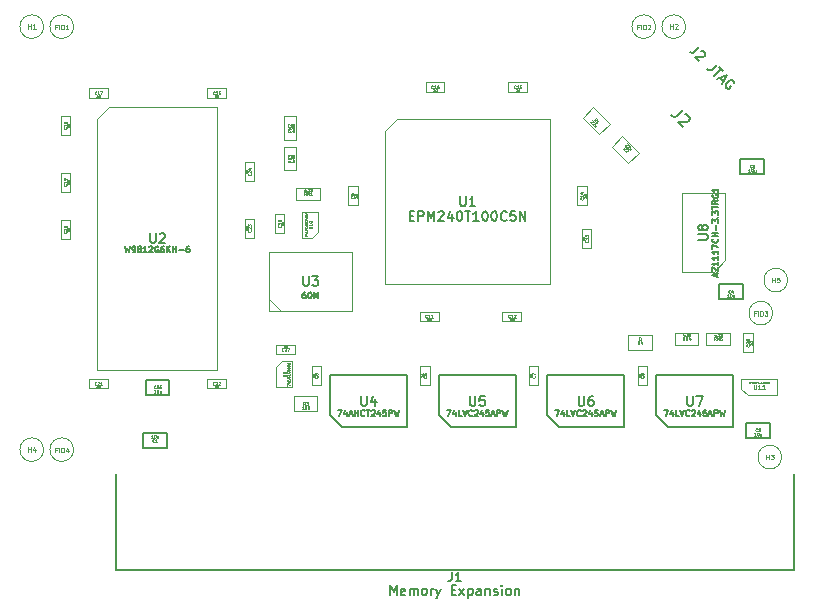
<source format=gbr>
G04 #@! TF.GenerationSoftware,KiCad,Pcbnew,(5.1.5-0-10_14)*
G04 #@! TF.CreationDate,2021-04-30T04:14:15-04:00*
G04 #@! TF.ProjectId,RAM2GS,52414d32-4753-42e6-9b69-6361645f7063,2.0*
G04 #@! TF.SameCoordinates,Original*
G04 #@! TF.FileFunction,Other,Fab,Top*
%FSLAX46Y46*%
G04 Gerber Fmt 4.6, Leading zero omitted, Abs format (unit mm)*
G04 Created by KiCad (PCBNEW (5.1.5-0-10_14)) date 2021-04-30 04:14:15*
%MOMM*%
%LPD*%
G04 APERTURE LIST*
%ADD10C,0.100000*%
%ADD11C,0.150000*%
%ADD12C,0.127000*%
%ADD13C,0.095250*%
%ADD14C,0.031750*%
%ADD15C,0.063500*%
%ADD16C,0.203200*%
%ADD17C,0.047625*%
G04 APERTURE END LIST*
D10*
X109150000Y-124950000D02*
X111600000Y-124950000D01*
X108580000Y-124400000D02*
X108580000Y-123550000D01*
X109150000Y-124950000D02*
X108580000Y-124400000D01*
X108580000Y-123550000D02*
X111620000Y-123550000D01*
X111620000Y-124950000D02*
X111620000Y-123550000D01*
X99000000Y-119875000D02*
X101000000Y-119875000D01*
X99000000Y-121125000D02*
X99000000Y-119875000D01*
X101000000Y-121125000D02*
X99000000Y-121125000D01*
X101000000Y-119875000D02*
X101000000Y-121125000D01*
X109550000Y-119700000D02*
X109550000Y-121300000D01*
X108750000Y-119700000D02*
X109550000Y-119700000D01*
X108750000Y-121300000D02*
X108750000Y-119700000D01*
X109550000Y-121300000D02*
X108750000Y-121300000D01*
X112506000Y-115189000D02*
G75*
G03X112506000Y-115189000I-1000000J0D01*
G01*
X111236000Y-117983000D02*
G75*
G03X111236000Y-117983000I-1000000J0D01*
G01*
X99800000Y-122450000D02*
X100600000Y-122450000D01*
X100600000Y-122450000D02*
X100600000Y-124050000D01*
X100600000Y-124050000D02*
X99800000Y-124050000D01*
X99800000Y-124050000D02*
X99800000Y-122450000D01*
D11*
X74775000Y-127650000D02*
X73775000Y-126650000D01*
X80275000Y-127650000D02*
X74775000Y-127650000D01*
X80275000Y-123250000D02*
X80275000Y-127650000D01*
X73775000Y-123250000D02*
X80275000Y-123250000D01*
X73775000Y-126650000D02*
X73775000Y-123250000D01*
D10*
X71430000Y-111600000D02*
X72280000Y-111600000D01*
X72780000Y-111100000D02*
X72780000Y-109400000D01*
X71430000Y-111600000D02*
X71430000Y-109400000D01*
X71430000Y-109400000D02*
X72780000Y-109400000D01*
X72280000Y-111600000D02*
X72780000Y-111100000D01*
X70570000Y-122050000D02*
X69720000Y-122050000D01*
X69220000Y-122550000D02*
X69220000Y-124250000D01*
X70570000Y-122050000D02*
X70570000Y-124250000D01*
X70570000Y-124250000D02*
X69220000Y-124250000D01*
X69720000Y-122050000D02*
X69220000Y-122550000D01*
X103537000Y-114500000D02*
X103537000Y-107800000D01*
X107237000Y-107800000D02*
X103537000Y-107800000D01*
X106237000Y-114500000D02*
X103537000Y-114500000D01*
X107237000Y-113500000D02*
X107237000Y-107800000D01*
X107237000Y-113500000D02*
X106237000Y-114500000D01*
D11*
X93175000Y-127650000D02*
X92175000Y-126650000D01*
X98675000Y-127650000D02*
X93175000Y-127650000D01*
X98675000Y-123250000D02*
X98675000Y-127650000D01*
X92175000Y-123250000D02*
X98675000Y-123250000D01*
X92175000Y-126650000D02*
X92175000Y-123250000D01*
X102375000Y-127650000D02*
X101375000Y-126650000D01*
X107875000Y-127650000D02*
X102375000Y-127650000D01*
X107875000Y-123250000D02*
X107875000Y-127650000D01*
X101375000Y-123250000D02*
X107875000Y-123250000D01*
X101375000Y-126650000D02*
X101375000Y-123250000D01*
X83975000Y-127650000D02*
X82975000Y-126650000D01*
X89475000Y-127650000D02*
X83975000Y-127650000D01*
X89475000Y-123250000D02*
X89475000Y-127650000D01*
X82975000Y-123250000D02*
X89475000Y-123250000D01*
X82975000Y-126650000D02*
X82975000Y-123250000D01*
D10*
X79400000Y-101550000D02*
X92400000Y-101550000D01*
X92400000Y-101550000D02*
X92400000Y-115550000D01*
X92400000Y-115550000D02*
X78400000Y-115550000D01*
X78400000Y-115550000D02*
X78400000Y-102550000D01*
X78400000Y-102550000D02*
X79400000Y-101550000D01*
X54950000Y-99750000D02*
X53350000Y-99750000D01*
X54950000Y-98950000D02*
X54950000Y-99750000D01*
X53350000Y-98950000D02*
X54950000Y-98950000D01*
X53350000Y-99750000D02*
X53350000Y-98950000D01*
D11*
X60150000Y-124875000D02*
X58150000Y-124875000D01*
X60150000Y-123625000D02*
X60150000Y-124875000D01*
X58150000Y-123625000D02*
X60150000Y-123625000D01*
X58150000Y-124875000D02*
X58150000Y-123625000D01*
D10*
X69200000Y-120650000D02*
X70800000Y-120650000D01*
X69200000Y-121450000D02*
X69200000Y-120650000D01*
X70800000Y-121450000D02*
X69200000Y-121450000D01*
X70800000Y-120650000D02*
X70800000Y-121450000D01*
X69900000Y-109600000D02*
X69900000Y-111200000D01*
X69100000Y-109600000D02*
X69900000Y-109600000D01*
X69100000Y-111200000D02*
X69100000Y-109600000D01*
X69900000Y-111200000D02*
X69100000Y-111200000D01*
D12*
X113030000Y-131572000D02*
X113030000Y-139700000D01*
X113030000Y-139700000D02*
X55626000Y-139700000D01*
X55626000Y-139700000D02*
X55626000Y-131572000D01*
D10*
X55070000Y-100540000D02*
X64230000Y-100540000D01*
X64230000Y-100540000D02*
X64230000Y-122760000D01*
X64230000Y-122760000D02*
X54070000Y-122760000D01*
X54070000Y-122760000D02*
X54070000Y-101540000D01*
X55070000Y-100540000D02*
X54070000Y-101540000D01*
D11*
X108700000Y-116775000D02*
X106700000Y-116775000D01*
X108700000Y-115525000D02*
X108700000Y-116775000D01*
X106700000Y-115525000D02*
X108700000Y-115525000D01*
X106700000Y-116775000D02*
X106700000Y-115525000D01*
X110500000Y-106175000D02*
X108500000Y-106175000D01*
X110500000Y-104925000D02*
X110500000Y-106175000D01*
X108500000Y-104925000D02*
X110500000Y-104925000D01*
X108500000Y-106175000D02*
X108500000Y-104925000D01*
X110982000Y-128514000D02*
X108982000Y-128514000D01*
X110982000Y-127264000D02*
X110982000Y-128514000D01*
X108982000Y-127264000D02*
X110982000Y-127264000D01*
X108982000Y-128514000D02*
X108982000Y-127264000D01*
X57928000Y-128153000D02*
X59928000Y-128153000D01*
X57928000Y-129403000D02*
X57928000Y-128153000D01*
X59928000Y-129403000D02*
X57928000Y-129403000D01*
X59928000Y-128153000D02*
X59928000Y-129403000D01*
D10*
X72200000Y-124050000D02*
X72200000Y-122450000D01*
X73000000Y-124050000D02*
X72200000Y-124050000D01*
X73000000Y-122450000D02*
X73000000Y-124050000D01*
X72200000Y-122450000D02*
X73000000Y-122450000D01*
X95500000Y-107250000D02*
X95500000Y-108850000D01*
X94700000Y-107250000D02*
X95500000Y-107250000D01*
X94700000Y-108850000D02*
X94700000Y-107250000D01*
X95500000Y-108850000D02*
X94700000Y-108850000D01*
X64950000Y-124350000D02*
X63350000Y-124350000D01*
X64950000Y-123550000D02*
X64950000Y-124350000D01*
X63350000Y-123550000D02*
X64950000Y-123550000D01*
X63350000Y-124350000D02*
X63350000Y-123550000D01*
X51750000Y-101300000D02*
X51750000Y-102900000D01*
X50950000Y-101300000D02*
X51750000Y-101300000D01*
X50950000Y-102900000D02*
X50950000Y-101300000D01*
X51750000Y-102900000D02*
X50950000Y-102900000D01*
X90450000Y-99250000D02*
X88850000Y-99250000D01*
X90450000Y-98450000D02*
X90450000Y-99250000D01*
X88850000Y-98450000D02*
X90450000Y-98450000D01*
X88850000Y-99250000D02*
X88850000Y-98450000D01*
X95100000Y-112450000D02*
X95100000Y-110850000D01*
X95900000Y-112450000D02*
X95100000Y-112450000D01*
X95900000Y-110850000D02*
X95900000Y-112450000D01*
X95100000Y-110850000D02*
X95900000Y-110850000D01*
X83450000Y-99250000D02*
X81850000Y-99250000D01*
X83450000Y-98450000D02*
X83450000Y-99250000D01*
X81850000Y-98450000D02*
X83450000Y-98450000D01*
X81850000Y-99250000D02*
X81850000Y-98450000D01*
X64950000Y-99750000D02*
X63350000Y-99750000D01*
X64950000Y-98950000D02*
X64950000Y-99750000D01*
X63350000Y-98950000D02*
X64950000Y-98950000D01*
X63350000Y-99750000D02*
X63350000Y-98950000D01*
X54950000Y-124350000D02*
X53350000Y-124350000D01*
X54950000Y-123550000D02*
X54950000Y-124350000D01*
X53350000Y-123550000D02*
X54950000Y-123550000D01*
X53350000Y-124350000D02*
X53350000Y-123550000D01*
X66550000Y-111600000D02*
X66550000Y-110000000D01*
X67350000Y-111600000D02*
X66550000Y-111600000D01*
X67350000Y-110000000D02*
X67350000Y-111600000D01*
X66550000Y-110000000D02*
X67350000Y-110000000D01*
X51750000Y-106100000D02*
X51750000Y-107700000D01*
X50950000Y-106100000D02*
X51750000Y-106100000D01*
X50950000Y-107700000D02*
X50950000Y-106100000D01*
X51750000Y-107700000D02*
X50950000Y-107700000D01*
X89950000Y-118650000D02*
X88350000Y-118650000D01*
X89950000Y-117850000D02*
X89950000Y-118650000D01*
X88350000Y-117850000D02*
X89950000Y-117850000D01*
X88350000Y-118650000D02*
X88350000Y-117850000D01*
X82950000Y-118650000D02*
X81350000Y-118650000D01*
X82950000Y-117850000D02*
X82950000Y-118650000D01*
X81350000Y-117850000D02*
X82950000Y-117850000D01*
X81350000Y-118650000D02*
X81350000Y-117850000D01*
X76100000Y-107250000D02*
X76100000Y-108850000D01*
X75300000Y-107250000D02*
X76100000Y-107250000D01*
X75300000Y-108850000D02*
X75300000Y-107250000D01*
X76100000Y-108850000D02*
X75300000Y-108850000D01*
X51750000Y-110100000D02*
X51750000Y-111700000D01*
X50950000Y-110100000D02*
X51750000Y-110100000D01*
X50950000Y-111700000D02*
X50950000Y-110100000D01*
X51750000Y-111700000D02*
X50950000Y-111700000D01*
X66550000Y-106800000D02*
X66550000Y-105200000D01*
X67350000Y-106800000D02*
X66550000Y-106800000D01*
X67350000Y-105200000D02*
X67350000Y-106800000D01*
X66550000Y-105200000D02*
X67350000Y-105200000D01*
X81400000Y-124050000D02*
X81400000Y-122450000D01*
X82200000Y-124050000D02*
X81400000Y-124050000D01*
X82200000Y-122450000D02*
X82200000Y-124050000D01*
X81400000Y-122450000D02*
X82200000Y-122450000D01*
X90600000Y-124050000D02*
X90600000Y-122450000D01*
X91400000Y-124050000D02*
X90600000Y-124050000D01*
X91400000Y-122450000D02*
X91400000Y-124050000D01*
X90600000Y-122450000D02*
X91400000Y-122450000D01*
X52054000Y-93726000D02*
G75*
G03X52054000Y-93726000I-1000000J0D01*
G01*
X52054000Y-129540000D02*
G75*
G03X52054000Y-129540000I-1000000J0D01*
G01*
X101330000Y-93726000D02*
G75*
G03X101330000Y-93726000I-1000000J0D01*
G01*
X111998000Y-130175000D02*
G75*
G03X111998000Y-130175000I-1000000J0D01*
G01*
X96565165Y-102849049D02*
X95150951Y-101434835D01*
X97449049Y-101965165D02*
X96565165Y-102849049D01*
X96034835Y-100550951D02*
X97449049Y-101965165D01*
X95150951Y-101434835D02*
X96034835Y-100550951D01*
X98484835Y-103000951D02*
X99899049Y-104415165D01*
X97600951Y-103884835D02*
X98484835Y-103000951D01*
X99015165Y-105299049D02*
X97600951Y-103884835D01*
X99899049Y-104415165D02*
X99015165Y-105299049D01*
X72700000Y-126275000D02*
X70700000Y-126275000D01*
X72700000Y-125025000D02*
X72700000Y-126275000D01*
X70700000Y-125025000D02*
X72700000Y-125025000D01*
X70700000Y-126275000D02*
X70700000Y-125025000D01*
X49514000Y-93726000D02*
G75*
G03X49514000Y-93726000I-1000000J0D01*
G01*
X103870000Y-93726000D02*
G75*
G03X103870000Y-93726000I-1000000J0D01*
G01*
X49514000Y-129540000D02*
G75*
G03X49514000Y-129540000I-1000000J0D01*
G01*
X70900000Y-108400000D02*
X70900000Y-107400000D01*
X70900000Y-107400000D02*
X72900000Y-107400000D01*
X72900000Y-107400000D02*
X72900000Y-108400000D01*
X72900000Y-108400000D02*
X70900000Y-108400000D01*
X69850000Y-101300000D02*
X70850000Y-101300000D01*
X70850000Y-101300000D02*
X70850000Y-103300000D01*
X70850000Y-103300000D02*
X69850000Y-103300000D01*
X69850000Y-103300000D02*
X69850000Y-101300000D01*
X69850000Y-103900000D02*
X70850000Y-103900000D01*
X70850000Y-103900000D02*
X70850000Y-105900000D01*
X70850000Y-105900000D02*
X69850000Y-105900000D01*
X69850000Y-105900000D02*
X69850000Y-103900000D01*
X102950000Y-120650000D02*
X102950000Y-119650000D01*
X102950000Y-119650000D02*
X104950000Y-119650000D01*
X104950000Y-119650000D02*
X104950000Y-120650000D01*
X104950000Y-120650000D02*
X102950000Y-120650000D01*
X105600000Y-120650000D02*
X105600000Y-119650000D01*
X105600000Y-119650000D02*
X107600000Y-119650000D01*
X107600000Y-119650000D02*
X107600000Y-120650000D01*
X107600000Y-120650000D02*
X105600000Y-120650000D01*
X68600000Y-116800000D02*
X69600000Y-117800000D01*
X68600000Y-117800000D02*
X68600000Y-112800000D01*
X75600000Y-117800000D02*
X68600000Y-117800000D01*
X75600000Y-112800000D02*
X75600000Y-117800000D01*
X68600000Y-112800000D02*
X75600000Y-112800000D01*
D13*
X109628285Y-124041357D02*
X109628285Y-124349785D01*
X109646428Y-124386071D01*
X109664571Y-124404214D01*
X109700857Y-124422357D01*
X109773428Y-124422357D01*
X109809714Y-124404214D01*
X109827857Y-124386071D01*
X109846000Y-124349785D01*
X109846000Y-124041357D01*
X110227000Y-124422357D02*
X110009285Y-124422357D01*
X110118142Y-124422357D02*
X110118142Y-124041357D01*
X110081857Y-124095785D01*
X110045571Y-124132071D01*
X110009285Y-124150214D01*
X110589857Y-124422357D02*
X110372142Y-124422357D01*
X110481000Y-124422357D02*
X110481000Y-124041357D01*
X110444714Y-124095785D01*
X110408428Y-124132071D01*
X110372142Y-124150214D01*
D14*
X109235190Y-123871166D02*
X109295666Y-123871166D01*
X109223095Y-123907452D02*
X109265428Y-123780452D01*
X109307761Y-123907452D01*
X109350095Y-123907452D02*
X109350095Y-123780452D01*
X109398476Y-123780452D01*
X109410571Y-123786500D01*
X109416619Y-123792547D01*
X109422666Y-123804642D01*
X109422666Y-123822785D01*
X109416619Y-123834880D01*
X109410571Y-123840928D01*
X109398476Y-123846976D01*
X109350095Y-123846976D01*
X109471047Y-123792547D02*
X109477095Y-123786500D01*
X109489190Y-123780452D01*
X109519428Y-123780452D01*
X109531523Y-123786500D01*
X109537571Y-123792547D01*
X109543619Y-123804642D01*
X109543619Y-123816738D01*
X109537571Y-123834880D01*
X109465000Y-123907452D01*
X109543619Y-123907452D01*
X109664571Y-123907452D02*
X109592000Y-123907452D01*
X109628285Y-123907452D02*
X109628285Y-123780452D01*
X109616190Y-123798595D01*
X109604095Y-123810690D01*
X109592000Y-123816738D01*
X109712952Y-123792547D02*
X109719000Y-123786500D01*
X109731095Y-123780452D01*
X109761333Y-123780452D01*
X109773428Y-123786500D01*
X109779476Y-123792547D01*
X109785523Y-123804642D01*
X109785523Y-123816738D01*
X109779476Y-123834880D01*
X109706904Y-123907452D01*
X109785523Y-123907452D01*
X109827857Y-123780452D02*
X109912523Y-123780452D01*
X109858095Y-123907452D01*
X109960904Y-123907452D02*
X109960904Y-123780452D01*
X110033476Y-123907452D02*
X109979047Y-123834880D01*
X110033476Y-123780452D02*
X109960904Y-123853023D01*
X110087904Y-123859071D02*
X110184666Y-123859071D01*
X110311666Y-123907452D02*
X110239095Y-123907452D01*
X110275380Y-123907452D02*
X110275380Y-123780452D01*
X110263285Y-123798595D01*
X110251190Y-123810690D01*
X110239095Y-123816738D01*
X110366095Y-123895357D02*
X110372142Y-123901404D01*
X110366095Y-123907452D01*
X110360047Y-123901404D01*
X110366095Y-123895357D01*
X110366095Y-123907452D01*
X110444714Y-123834880D02*
X110432619Y-123828833D01*
X110426571Y-123822785D01*
X110420523Y-123810690D01*
X110420523Y-123804642D01*
X110426571Y-123792547D01*
X110432619Y-123786500D01*
X110444714Y-123780452D01*
X110468904Y-123780452D01*
X110481000Y-123786500D01*
X110487047Y-123792547D01*
X110493095Y-123804642D01*
X110493095Y-123810690D01*
X110487047Y-123822785D01*
X110481000Y-123828833D01*
X110468904Y-123834880D01*
X110444714Y-123834880D01*
X110432619Y-123840928D01*
X110426571Y-123846976D01*
X110420523Y-123859071D01*
X110420523Y-123883261D01*
X110426571Y-123895357D01*
X110432619Y-123901404D01*
X110444714Y-123907452D01*
X110468904Y-123907452D01*
X110481000Y-123901404D01*
X110487047Y-123895357D01*
X110493095Y-123883261D01*
X110493095Y-123859071D01*
X110487047Y-123846976D01*
X110481000Y-123840928D01*
X110468904Y-123834880D01*
X110529380Y-123780452D02*
X110601952Y-123780452D01*
X110565666Y-123907452D02*
X110565666Y-123780452D01*
X110716857Y-123907452D02*
X110674523Y-123846976D01*
X110644285Y-123907452D02*
X110644285Y-123780452D01*
X110692666Y-123780452D01*
X110704761Y-123786500D01*
X110710809Y-123792547D01*
X110716857Y-123804642D01*
X110716857Y-123822785D01*
X110710809Y-123834880D01*
X110704761Y-123840928D01*
X110692666Y-123846976D01*
X110644285Y-123846976D01*
X110837809Y-123786500D02*
X110825714Y-123780452D01*
X110807571Y-123780452D01*
X110789428Y-123786500D01*
X110777333Y-123798595D01*
X110771285Y-123810690D01*
X110765238Y-123834880D01*
X110765238Y-123853023D01*
X110771285Y-123877214D01*
X110777333Y-123889309D01*
X110789428Y-123901404D01*
X110807571Y-123907452D01*
X110819666Y-123907452D01*
X110837809Y-123901404D01*
X110843857Y-123895357D01*
X110843857Y-123853023D01*
X110819666Y-123853023D01*
X110964809Y-123907452D02*
X110892238Y-123907452D01*
X110928523Y-123907452D02*
X110928523Y-123780452D01*
X110916428Y-123798595D01*
X110904333Y-123810690D01*
X110892238Y-123816738D01*
D15*
X99957666Y-120614904D02*
X99873000Y-120493952D01*
X99812523Y-120614904D02*
X99812523Y-120360904D01*
X99909285Y-120360904D01*
X99933476Y-120373000D01*
X99945571Y-120385095D01*
X99957666Y-120409285D01*
X99957666Y-120445571D01*
X99945571Y-120469761D01*
X99933476Y-120481857D01*
X99909285Y-120493952D01*
X99812523Y-120493952D01*
X100175380Y-120445571D02*
X100175380Y-120614904D01*
X100114904Y-120348809D02*
X100054428Y-120530238D01*
X100211666Y-120530238D01*
X99987904Y-120010904D02*
X100012095Y-120010904D01*
X100036285Y-120023000D01*
X100048380Y-120035095D01*
X100060476Y-120059285D01*
X100072571Y-120107666D01*
X100072571Y-120168142D01*
X100060476Y-120216523D01*
X100048380Y-120240714D01*
X100036285Y-120252809D01*
X100012095Y-120264904D01*
X99987904Y-120264904D01*
X99963714Y-120252809D01*
X99951619Y-120240714D01*
X99939523Y-120216523D01*
X99927428Y-120168142D01*
X99927428Y-120107666D01*
X99939523Y-120059285D01*
X99951619Y-120035095D01*
X99963714Y-120023000D01*
X99987904Y-120010904D01*
X109240714Y-120663285D02*
X109252809Y-120675380D01*
X109264904Y-120711666D01*
X109264904Y-120735857D01*
X109252809Y-120772142D01*
X109228619Y-120796333D01*
X109204428Y-120808428D01*
X109156047Y-120820523D01*
X109119761Y-120820523D01*
X109071380Y-120808428D01*
X109047190Y-120796333D01*
X109023000Y-120772142D01*
X109010904Y-120735857D01*
X109010904Y-120711666D01*
X109023000Y-120675380D01*
X109035095Y-120663285D01*
X109035095Y-120566523D02*
X109023000Y-120554428D01*
X109010904Y-120530238D01*
X109010904Y-120469761D01*
X109023000Y-120445571D01*
X109035095Y-120433476D01*
X109059285Y-120421380D01*
X109083476Y-120421380D01*
X109119761Y-120433476D01*
X109264904Y-120578619D01*
X109264904Y-120421380D01*
X109119761Y-120276238D02*
X109107666Y-120300428D01*
X109095571Y-120312523D01*
X109071380Y-120324619D01*
X109059285Y-120324619D01*
X109035095Y-120312523D01*
X109023000Y-120300428D01*
X109010904Y-120276238D01*
X109010904Y-120227857D01*
X109023000Y-120203666D01*
X109035095Y-120191571D01*
X109059285Y-120179476D01*
X109071380Y-120179476D01*
X109095571Y-120191571D01*
X109107666Y-120203666D01*
X109119761Y-120227857D01*
X109119761Y-120276238D01*
X109131857Y-120300428D01*
X109143952Y-120312523D01*
X109168142Y-120324619D01*
X109216523Y-120324619D01*
X109240714Y-120312523D01*
X109252809Y-120300428D01*
X109264904Y-120276238D01*
X109264904Y-120227857D01*
X109252809Y-120203666D01*
X109240714Y-120191571D01*
X109216523Y-120179476D01*
X109168142Y-120179476D01*
X109143952Y-120191571D01*
X109131857Y-120203666D01*
X109119761Y-120227857D01*
D14*
X109342547Y-120654214D02*
X109336500Y-120648166D01*
X109330452Y-120636071D01*
X109330452Y-120605833D01*
X109336500Y-120593738D01*
X109342547Y-120587690D01*
X109354642Y-120581642D01*
X109366738Y-120581642D01*
X109384880Y-120587690D01*
X109457452Y-120660261D01*
X109457452Y-120581642D01*
X109372785Y-120472785D02*
X109457452Y-120472785D01*
X109372785Y-120527214D02*
X109439309Y-120527214D01*
X109451404Y-120521166D01*
X109457452Y-120509071D01*
X109457452Y-120490928D01*
X109451404Y-120478833D01*
X109445357Y-120472785D01*
X109342547Y-120418357D02*
X109336500Y-120412309D01*
X109330452Y-120400214D01*
X109330452Y-120369976D01*
X109336500Y-120357880D01*
X109342547Y-120351833D01*
X109354642Y-120345785D01*
X109366738Y-120345785D01*
X109384880Y-120351833D01*
X109457452Y-120424404D01*
X109457452Y-120345785D01*
D10*
X111201238Y-115369952D02*
X111201238Y-114969952D01*
X111201238Y-115160428D02*
X111429809Y-115160428D01*
X111429809Y-115369952D02*
X111429809Y-114969952D01*
X111810761Y-114969952D02*
X111620285Y-114969952D01*
X111601238Y-115160428D01*
X111620285Y-115141380D01*
X111658380Y-115122333D01*
X111753619Y-115122333D01*
X111791714Y-115141380D01*
X111810761Y-115160428D01*
X111829809Y-115198523D01*
X111829809Y-115293761D01*
X111810761Y-115331857D01*
X111791714Y-115350904D01*
X111753619Y-115369952D01*
X111658380Y-115369952D01*
X111620285Y-115350904D01*
X111601238Y-115331857D01*
D13*
X109827785Y-118005785D02*
X109700785Y-118005785D01*
X109700785Y-118205357D02*
X109700785Y-117824357D01*
X109882214Y-117824357D01*
X110027357Y-118205357D02*
X110027357Y-117824357D01*
X110208785Y-118205357D02*
X110208785Y-117824357D01*
X110299500Y-117824357D01*
X110353928Y-117842500D01*
X110390214Y-117878785D01*
X110408357Y-117915071D01*
X110426500Y-117987642D01*
X110426500Y-118042071D01*
X110408357Y-118114642D01*
X110390214Y-118150928D01*
X110353928Y-118187214D01*
X110299500Y-118205357D01*
X110208785Y-118205357D01*
X110553500Y-117824357D02*
X110789357Y-117824357D01*
X110662357Y-117969500D01*
X110716785Y-117969500D01*
X110753071Y-117987642D01*
X110771214Y-118005785D01*
X110789357Y-118042071D01*
X110789357Y-118132785D01*
X110771214Y-118169071D01*
X110753071Y-118187214D01*
X110716785Y-118205357D01*
X110607928Y-118205357D01*
X110571642Y-118187214D01*
X110553500Y-118169071D01*
D15*
X100290714Y-123292333D02*
X100302809Y-123304428D01*
X100314904Y-123340714D01*
X100314904Y-123364904D01*
X100302809Y-123401190D01*
X100278619Y-123425380D01*
X100254428Y-123437476D01*
X100206047Y-123449571D01*
X100169761Y-123449571D01*
X100121380Y-123437476D01*
X100097190Y-123425380D01*
X100073000Y-123401190D01*
X100060904Y-123364904D01*
X100060904Y-123340714D01*
X100073000Y-123304428D01*
X100085095Y-123292333D01*
X100169761Y-123147190D02*
X100157666Y-123171380D01*
X100145571Y-123183476D01*
X100121380Y-123195571D01*
X100109285Y-123195571D01*
X100085095Y-123183476D01*
X100073000Y-123171380D01*
X100060904Y-123147190D01*
X100060904Y-123098809D01*
X100073000Y-123074619D01*
X100085095Y-123062523D01*
X100109285Y-123050428D01*
X100121380Y-123050428D01*
X100145571Y-123062523D01*
X100157666Y-123074619D01*
X100169761Y-123098809D01*
X100169761Y-123147190D01*
X100181857Y-123171380D01*
X100193952Y-123183476D01*
X100218142Y-123195571D01*
X100266523Y-123195571D01*
X100290714Y-123183476D01*
X100302809Y-123171380D01*
X100314904Y-123147190D01*
X100314904Y-123098809D01*
X100302809Y-123074619D01*
X100290714Y-123062523D01*
X100266523Y-123050428D01*
X100218142Y-123050428D01*
X100193952Y-123062523D01*
X100181857Y-123074619D01*
X100169761Y-123098809D01*
D14*
X99892547Y-123404214D02*
X99886500Y-123398166D01*
X99880452Y-123386071D01*
X99880452Y-123355833D01*
X99886500Y-123343738D01*
X99892547Y-123337690D01*
X99904642Y-123331642D01*
X99916738Y-123331642D01*
X99934880Y-123337690D01*
X100007452Y-123410261D01*
X100007452Y-123331642D01*
X99922785Y-123222785D02*
X100007452Y-123222785D01*
X99922785Y-123277214D02*
X99989309Y-123277214D01*
X100001404Y-123271166D01*
X100007452Y-123259071D01*
X100007452Y-123240928D01*
X100001404Y-123228833D01*
X99995357Y-123222785D01*
X99892547Y-123168357D02*
X99886500Y-123162309D01*
X99880452Y-123150214D01*
X99880452Y-123119976D01*
X99886500Y-123107880D01*
X99892547Y-123101833D01*
X99904642Y-123095785D01*
X99916738Y-123095785D01*
X99934880Y-123101833D01*
X100007452Y-123174404D01*
X100007452Y-123095785D01*
D16*
X76405723Y-125004895D02*
X76405723Y-125662876D01*
X76444428Y-125740285D01*
X76483133Y-125778990D01*
X76560542Y-125817695D01*
X76715361Y-125817695D01*
X76792771Y-125778990D01*
X76831476Y-125740285D01*
X76870180Y-125662876D01*
X76870180Y-125004895D01*
X77605571Y-125275828D02*
X77605571Y-125817695D01*
X77412047Y-124966190D02*
X77218523Y-125546761D01*
X77721685Y-125546761D01*
D12*
X74412428Y-126187809D02*
X74751095Y-126187809D01*
X74533380Y-126695809D01*
X75162333Y-126357142D02*
X75162333Y-126695809D01*
X75041380Y-126163619D02*
X74920428Y-126526476D01*
X75234904Y-126526476D01*
X75404238Y-126550666D02*
X75646142Y-126550666D01*
X75355857Y-126695809D02*
X75525190Y-126187809D01*
X75694523Y-126695809D01*
X75863857Y-126695809D02*
X75863857Y-126187809D01*
X75863857Y-126429714D02*
X76154142Y-126429714D01*
X76154142Y-126695809D02*
X76154142Y-126187809D01*
X76686333Y-126647428D02*
X76662142Y-126671619D01*
X76589571Y-126695809D01*
X76541190Y-126695809D01*
X76468619Y-126671619D01*
X76420238Y-126623238D01*
X76396047Y-126574857D01*
X76371857Y-126478095D01*
X76371857Y-126405523D01*
X76396047Y-126308761D01*
X76420238Y-126260380D01*
X76468619Y-126212000D01*
X76541190Y-126187809D01*
X76589571Y-126187809D01*
X76662142Y-126212000D01*
X76686333Y-126236190D01*
X76831476Y-126187809D02*
X77121761Y-126187809D01*
X76976619Y-126695809D02*
X76976619Y-126187809D01*
X77266904Y-126236190D02*
X77291095Y-126212000D01*
X77339476Y-126187809D01*
X77460428Y-126187809D01*
X77508809Y-126212000D01*
X77533000Y-126236190D01*
X77557190Y-126284571D01*
X77557190Y-126332952D01*
X77533000Y-126405523D01*
X77242714Y-126695809D01*
X77557190Y-126695809D01*
X77992619Y-126357142D02*
X77992619Y-126695809D01*
X77871666Y-126163619D02*
X77750714Y-126526476D01*
X78065190Y-126526476D01*
X78500619Y-126187809D02*
X78258714Y-126187809D01*
X78234523Y-126429714D01*
X78258714Y-126405523D01*
X78307095Y-126381333D01*
X78428047Y-126381333D01*
X78476428Y-126405523D01*
X78500619Y-126429714D01*
X78524809Y-126478095D01*
X78524809Y-126599047D01*
X78500619Y-126647428D01*
X78476428Y-126671619D01*
X78428047Y-126695809D01*
X78307095Y-126695809D01*
X78258714Y-126671619D01*
X78234523Y-126647428D01*
X78742523Y-126695809D02*
X78742523Y-126187809D01*
X78936047Y-126187809D01*
X78984428Y-126212000D01*
X79008619Y-126236190D01*
X79032809Y-126284571D01*
X79032809Y-126357142D01*
X79008619Y-126405523D01*
X78984428Y-126429714D01*
X78936047Y-126453904D01*
X78742523Y-126453904D01*
X79202142Y-126187809D02*
X79323095Y-126695809D01*
X79419857Y-126332952D01*
X79516619Y-126695809D01*
X79637571Y-126187809D01*
D15*
X71960904Y-110814476D02*
X72166523Y-110814476D01*
X72190714Y-110802380D01*
X72202809Y-110790285D01*
X72214904Y-110766095D01*
X72214904Y-110717714D01*
X72202809Y-110693523D01*
X72190714Y-110681428D01*
X72166523Y-110669333D01*
X71960904Y-110669333D01*
X72214904Y-110415333D02*
X72214904Y-110560476D01*
X72214904Y-110487904D02*
X71960904Y-110487904D01*
X71997190Y-110512095D01*
X72021380Y-110536285D01*
X72033476Y-110560476D01*
X71960904Y-110258095D02*
X71960904Y-110233904D01*
X71973000Y-110209714D01*
X71985095Y-110197619D01*
X72009285Y-110185523D01*
X72057666Y-110173428D01*
X72118142Y-110173428D01*
X72166523Y-110185523D01*
X72190714Y-110197619D01*
X72202809Y-110209714D01*
X72214904Y-110233904D01*
X72214904Y-110258095D01*
X72202809Y-110282285D01*
X72190714Y-110294380D01*
X72166523Y-110306476D01*
X72118142Y-110318571D01*
X72057666Y-110318571D01*
X72009285Y-110306476D01*
X71985095Y-110294380D01*
X71973000Y-110282285D01*
X71960904Y-110258095D01*
D17*
X71645678Y-111479714D02*
X71645678Y-111352714D01*
X71836178Y-111434357D01*
X71709178Y-111198500D02*
X71836178Y-111198500D01*
X71636607Y-111243857D02*
X71772678Y-111289214D01*
X71772678Y-111171285D01*
X71836178Y-111008000D02*
X71836178Y-111098714D01*
X71645678Y-111098714D01*
X71645678Y-110971714D02*
X71836178Y-110908214D01*
X71645678Y-110844714D01*
X71818035Y-110672357D02*
X71827107Y-110681428D01*
X71836178Y-110708642D01*
X71836178Y-110726785D01*
X71827107Y-110754000D01*
X71808964Y-110772142D01*
X71790821Y-110781214D01*
X71754535Y-110790285D01*
X71727321Y-110790285D01*
X71691035Y-110781214D01*
X71672892Y-110772142D01*
X71654750Y-110754000D01*
X71645678Y-110726785D01*
X71645678Y-110708642D01*
X71654750Y-110681428D01*
X71663821Y-110672357D01*
X71836178Y-110490928D02*
X71836178Y-110599785D01*
X71836178Y-110545357D02*
X71645678Y-110545357D01*
X71672892Y-110563500D01*
X71691035Y-110581642D01*
X71700107Y-110599785D01*
X71654750Y-110309500D02*
X71645678Y-110327642D01*
X71645678Y-110354857D01*
X71654750Y-110382071D01*
X71672892Y-110400214D01*
X71691035Y-110409285D01*
X71727321Y-110418357D01*
X71754535Y-110418357D01*
X71790821Y-110409285D01*
X71808964Y-110400214D01*
X71827107Y-110382071D01*
X71836178Y-110354857D01*
X71836178Y-110336714D01*
X71827107Y-110309500D01*
X71818035Y-110300428D01*
X71754535Y-110300428D01*
X71754535Y-110336714D01*
X71645678Y-110182500D02*
X71645678Y-110164357D01*
X71654750Y-110146214D01*
X71663821Y-110137142D01*
X71681964Y-110128071D01*
X71718250Y-110119000D01*
X71763607Y-110119000D01*
X71799892Y-110128071D01*
X71818035Y-110137142D01*
X71827107Y-110146214D01*
X71836178Y-110164357D01*
X71836178Y-110182500D01*
X71827107Y-110200642D01*
X71818035Y-110209714D01*
X71799892Y-110218785D01*
X71763607Y-110227857D01*
X71718250Y-110227857D01*
X71681964Y-110218785D01*
X71663821Y-110209714D01*
X71654750Y-110200642D01*
X71645678Y-110182500D01*
X71709178Y-109955714D02*
X71836178Y-109955714D01*
X71636607Y-110001071D02*
X71772678Y-110046428D01*
X71772678Y-109928500D01*
X71654750Y-109756142D02*
X71645678Y-109774285D01*
X71645678Y-109801500D01*
X71654750Y-109828714D01*
X71672892Y-109846857D01*
X71691035Y-109855928D01*
X71727321Y-109865000D01*
X71754535Y-109865000D01*
X71790821Y-109855928D01*
X71808964Y-109846857D01*
X71827107Y-109828714D01*
X71836178Y-109801500D01*
X71836178Y-109783357D01*
X71827107Y-109756142D01*
X71818035Y-109747071D01*
X71754535Y-109747071D01*
X71754535Y-109783357D01*
X71645678Y-109683571D02*
X71836178Y-109638214D01*
X71700107Y-109601928D01*
X71836178Y-109565642D01*
X71645678Y-109520285D01*
D15*
X69760904Y-123343523D02*
X69966523Y-123343523D01*
X69990714Y-123331428D01*
X70002809Y-123319333D01*
X70014904Y-123295142D01*
X70014904Y-123246761D01*
X70002809Y-123222571D01*
X69990714Y-123210476D01*
X69966523Y-123198380D01*
X69760904Y-123198380D01*
X70014904Y-123065333D02*
X70014904Y-123016952D01*
X70002809Y-122992761D01*
X69990714Y-122980666D01*
X69954428Y-122956476D01*
X69906047Y-122944380D01*
X69809285Y-122944380D01*
X69785095Y-122956476D01*
X69773000Y-122968571D01*
X69760904Y-122992761D01*
X69760904Y-123041142D01*
X69773000Y-123065333D01*
X69785095Y-123077428D01*
X69809285Y-123089523D01*
X69869761Y-123089523D01*
X69893952Y-123077428D01*
X69906047Y-123065333D01*
X69918142Y-123041142D01*
X69918142Y-122992761D01*
X69906047Y-122968571D01*
X69893952Y-122956476D01*
X69869761Y-122944380D01*
D17*
X70145678Y-124129714D02*
X70145678Y-124002714D01*
X70336178Y-124084357D01*
X70209178Y-123848500D02*
X70336178Y-123848500D01*
X70136607Y-123893857D02*
X70272678Y-123939214D01*
X70272678Y-123821285D01*
X70336178Y-123658000D02*
X70336178Y-123748714D01*
X70145678Y-123748714D01*
X70145678Y-123621714D02*
X70336178Y-123558214D01*
X70145678Y-123494714D01*
X70318035Y-123322357D02*
X70327107Y-123331428D01*
X70336178Y-123358642D01*
X70336178Y-123376785D01*
X70327107Y-123404000D01*
X70308964Y-123422142D01*
X70290821Y-123431214D01*
X70254535Y-123440285D01*
X70227321Y-123440285D01*
X70191035Y-123431214D01*
X70172892Y-123422142D01*
X70154750Y-123404000D01*
X70145678Y-123376785D01*
X70145678Y-123358642D01*
X70154750Y-123331428D01*
X70163821Y-123322357D01*
X70336178Y-123140928D02*
X70336178Y-123249785D01*
X70336178Y-123195357D02*
X70145678Y-123195357D01*
X70172892Y-123213500D01*
X70191035Y-123231642D01*
X70200107Y-123249785D01*
X70154750Y-122959500D02*
X70145678Y-122977642D01*
X70145678Y-123004857D01*
X70154750Y-123032071D01*
X70172892Y-123050214D01*
X70191035Y-123059285D01*
X70227321Y-123068357D01*
X70254535Y-123068357D01*
X70290821Y-123059285D01*
X70308964Y-123050214D01*
X70327107Y-123032071D01*
X70336178Y-123004857D01*
X70336178Y-122986714D01*
X70327107Y-122959500D01*
X70318035Y-122950428D01*
X70254535Y-122950428D01*
X70254535Y-122986714D01*
X70145678Y-122832500D02*
X70145678Y-122814357D01*
X70154750Y-122796214D01*
X70163821Y-122787142D01*
X70181964Y-122778071D01*
X70218250Y-122769000D01*
X70263607Y-122769000D01*
X70299892Y-122778071D01*
X70318035Y-122787142D01*
X70327107Y-122796214D01*
X70336178Y-122814357D01*
X70336178Y-122832500D01*
X70327107Y-122850642D01*
X70318035Y-122859714D01*
X70299892Y-122868785D01*
X70263607Y-122877857D01*
X70218250Y-122877857D01*
X70181964Y-122868785D01*
X70163821Y-122859714D01*
X70154750Y-122850642D01*
X70145678Y-122832500D01*
X70209178Y-122605714D02*
X70336178Y-122605714D01*
X70136607Y-122651071D02*
X70272678Y-122696428D01*
X70272678Y-122578500D01*
X70154750Y-122406142D02*
X70145678Y-122424285D01*
X70145678Y-122451500D01*
X70154750Y-122478714D01*
X70172892Y-122496857D01*
X70191035Y-122505928D01*
X70227321Y-122515000D01*
X70254535Y-122515000D01*
X70290821Y-122505928D01*
X70308964Y-122496857D01*
X70327107Y-122478714D01*
X70336178Y-122451500D01*
X70336178Y-122433357D01*
X70327107Y-122406142D01*
X70318035Y-122397071D01*
X70254535Y-122397071D01*
X70254535Y-122433357D01*
X70145678Y-122333571D02*
X70336178Y-122288214D01*
X70200107Y-122251928D01*
X70336178Y-122215642D01*
X70145678Y-122170285D01*
D12*
X106487666Y-114863238D02*
X106487666Y-114621333D01*
X106632809Y-114911619D02*
X106124809Y-114742285D01*
X106632809Y-114572952D01*
X106124809Y-114452000D02*
X106124809Y-114113333D01*
X106632809Y-114452000D01*
X106632809Y-114113333D01*
X106632809Y-113653714D02*
X106632809Y-113944000D01*
X106632809Y-113798857D02*
X106124809Y-113798857D01*
X106197380Y-113847238D01*
X106245761Y-113895619D01*
X106269952Y-113944000D01*
X106632809Y-113169904D02*
X106632809Y-113460190D01*
X106632809Y-113315047D02*
X106124809Y-113315047D01*
X106197380Y-113363428D01*
X106245761Y-113411809D01*
X106269952Y-113460190D01*
X106632809Y-112686095D02*
X106632809Y-112976380D01*
X106632809Y-112831238D02*
X106124809Y-112831238D01*
X106197380Y-112879619D01*
X106245761Y-112928000D01*
X106269952Y-112976380D01*
X106124809Y-112516761D02*
X106124809Y-112178095D01*
X106632809Y-112395809D01*
X106584428Y-111694285D02*
X106608619Y-111718476D01*
X106632809Y-111791047D01*
X106632809Y-111839428D01*
X106608619Y-111912000D01*
X106560238Y-111960380D01*
X106511857Y-111984571D01*
X106415095Y-112008761D01*
X106342523Y-112008761D01*
X106245761Y-111984571D01*
X106197380Y-111960380D01*
X106149000Y-111912000D01*
X106124809Y-111839428D01*
X106124809Y-111791047D01*
X106149000Y-111718476D01*
X106173190Y-111694285D01*
X106632809Y-111476571D02*
X106124809Y-111476571D01*
X106366714Y-111476571D02*
X106366714Y-111186285D01*
X106632809Y-111186285D02*
X106124809Y-111186285D01*
X106439285Y-110944380D02*
X106439285Y-110557333D01*
X106124809Y-110363809D02*
X106124809Y-110049333D01*
X106318333Y-110218666D01*
X106318333Y-110146095D01*
X106342523Y-110097714D01*
X106366714Y-110073523D01*
X106415095Y-110049333D01*
X106536047Y-110049333D01*
X106584428Y-110073523D01*
X106608619Y-110097714D01*
X106632809Y-110146095D01*
X106632809Y-110291238D01*
X106608619Y-110339619D01*
X106584428Y-110363809D01*
X106584428Y-109831619D02*
X106608619Y-109807428D01*
X106632809Y-109831619D01*
X106608619Y-109855809D01*
X106584428Y-109831619D01*
X106632809Y-109831619D01*
X106124809Y-109638095D02*
X106124809Y-109323619D01*
X106318333Y-109492952D01*
X106318333Y-109420380D01*
X106342523Y-109372000D01*
X106366714Y-109347809D01*
X106415095Y-109323619D01*
X106536047Y-109323619D01*
X106584428Y-109347809D01*
X106608619Y-109372000D01*
X106632809Y-109420380D01*
X106632809Y-109565523D01*
X106608619Y-109613904D01*
X106584428Y-109638095D01*
X106124809Y-109178476D02*
X106124809Y-108888190D01*
X106632809Y-109033333D02*
X106124809Y-109033333D01*
X106632809Y-108428571D02*
X106390904Y-108597904D01*
X106632809Y-108718857D02*
X106124809Y-108718857D01*
X106124809Y-108525333D01*
X106149000Y-108476952D01*
X106173190Y-108452761D01*
X106221571Y-108428571D01*
X106294142Y-108428571D01*
X106342523Y-108452761D01*
X106366714Y-108476952D01*
X106390904Y-108525333D01*
X106390904Y-108718857D01*
X106149000Y-107944761D02*
X106124809Y-107993142D01*
X106124809Y-108065714D01*
X106149000Y-108138285D01*
X106197380Y-108186666D01*
X106245761Y-108210857D01*
X106342523Y-108235047D01*
X106415095Y-108235047D01*
X106511857Y-108210857D01*
X106560238Y-108186666D01*
X106608619Y-108138285D01*
X106632809Y-108065714D01*
X106632809Y-108017333D01*
X106608619Y-107944761D01*
X106584428Y-107920571D01*
X106415095Y-107920571D01*
X106415095Y-108017333D01*
X106632809Y-107436761D02*
X106632809Y-107727047D01*
X106632809Y-107581904D02*
X106124809Y-107581904D01*
X106197380Y-107630285D01*
X106245761Y-107678666D01*
X106269952Y-107727047D01*
D16*
X104941895Y-111769276D02*
X105599876Y-111769276D01*
X105677285Y-111730571D01*
X105715990Y-111691866D01*
X105754695Y-111614457D01*
X105754695Y-111459638D01*
X105715990Y-111382228D01*
X105677285Y-111343523D01*
X105599876Y-111304819D01*
X104941895Y-111304819D01*
X105290238Y-110801657D02*
X105251533Y-110879066D01*
X105212828Y-110917771D01*
X105135419Y-110956476D01*
X105096714Y-110956476D01*
X105019304Y-110917771D01*
X104980600Y-110879066D01*
X104941895Y-110801657D01*
X104941895Y-110646838D01*
X104980600Y-110569428D01*
X105019304Y-110530723D01*
X105096714Y-110492019D01*
X105135419Y-110492019D01*
X105212828Y-110530723D01*
X105251533Y-110569428D01*
X105290238Y-110646838D01*
X105290238Y-110801657D01*
X105328942Y-110879066D01*
X105367647Y-110917771D01*
X105445057Y-110956476D01*
X105599876Y-110956476D01*
X105677285Y-110917771D01*
X105715990Y-110879066D01*
X105754695Y-110801657D01*
X105754695Y-110646838D01*
X105715990Y-110569428D01*
X105677285Y-110530723D01*
X105599876Y-110492019D01*
X105445057Y-110492019D01*
X105367647Y-110530723D01*
X105328942Y-110569428D01*
X105290238Y-110646838D01*
X94805723Y-125004895D02*
X94805723Y-125662876D01*
X94844428Y-125740285D01*
X94883133Y-125778990D01*
X94960542Y-125817695D01*
X95115361Y-125817695D01*
X95192771Y-125778990D01*
X95231476Y-125740285D01*
X95270180Y-125662876D01*
X95270180Y-125004895D01*
X96005571Y-125004895D02*
X95850752Y-125004895D01*
X95773342Y-125043600D01*
X95734638Y-125082304D01*
X95657228Y-125198419D01*
X95618523Y-125353238D01*
X95618523Y-125662876D01*
X95657228Y-125740285D01*
X95695933Y-125778990D01*
X95773342Y-125817695D01*
X95928161Y-125817695D01*
X96005571Y-125778990D01*
X96044276Y-125740285D01*
X96082980Y-125662876D01*
X96082980Y-125469352D01*
X96044276Y-125391942D01*
X96005571Y-125353238D01*
X95928161Y-125314533D01*
X95773342Y-125314533D01*
X95695933Y-125353238D01*
X95657228Y-125391942D01*
X95618523Y-125469352D01*
D12*
X92848714Y-126187809D02*
X93187380Y-126187809D01*
X92969666Y-126695809D01*
X93598619Y-126357142D02*
X93598619Y-126695809D01*
X93477666Y-126163619D02*
X93356714Y-126526476D01*
X93671190Y-126526476D01*
X94106619Y-126695809D02*
X93864714Y-126695809D01*
X93864714Y-126187809D01*
X94203380Y-126187809D02*
X94372714Y-126695809D01*
X94542047Y-126187809D01*
X95001666Y-126647428D02*
X94977476Y-126671619D01*
X94904904Y-126695809D01*
X94856523Y-126695809D01*
X94783952Y-126671619D01*
X94735571Y-126623238D01*
X94711380Y-126574857D01*
X94687190Y-126478095D01*
X94687190Y-126405523D01*
X94711380Y-126308761D01*
X94735571Y-126260380D01*
X94783952Y-126212000D01*
X94856523Y-126187809D01*
X94904904Y-126187809D01*
X94977476Y-126212000D01*
X95001666Y-126236190D01*
X95195190Y-126236190D02*
X95219380Y-126212000D01*
X95267761Y-126187809D01*
X95388714Y-126187809D01*
X95437095Y-126212000D01*
X95461285Y-126236190D01*
X95485476Y-126284571D01*
X95485476Y-126332952D01*
X95461285Y-126405523D01*
X95171000Y-126695809D01*
X95485476Y-126695809D01*
X95920904Y-126357142D02*
X95920904Y-126695809D01*
X95799952Y-126163619D02*
X95679000Y-126526476D01*
X95993476Y-126526476D01*
X96428904Y-126187809D02*
X96187000Y-126187809D01*
X96162809Y-126429714D01*
X96187000Y-126405523D01*
X96235380Y-126381333D01*
X96356333Y-126381333D01*
X96404714Y-126405523D01*
X96428904Y-126429714D01*
X96453095Y-126478095D01*
X96453095Y-126599047D01*
X96428904Y-126647428D01*
X96404714Y-126671619D01*
X96356333Y-126695809D01*
X96235380Y-126695809D01*
X96187000Y-126671619D01*
X96162809Y-126647428D01*
X96646619Y-126550666D02*
X96888523Y-126550666D01*
X96598238Y-126695809D02*
X96767571Y-126187809D01*
X96936904Y-126695809D01*
X97106238Y-126695809D02*
X97106238Y-126187809D01*
X97299761Y-126187809D01*
X97348142Y-126212000D01*
X97372333Y-126236190D01*
X97396523Y-126284571D01*
X97396523Y-126357142D01*
X97372333Y-126405523D01*
X97348142Y-126429714D01*
X97299761Y-126453904D01*
X97106238Y-126453904D01*
X97565857Y-126187809D02*
X97686809Y-126695809D01*
X97783571Y-126332952D01*
X97880333Y-126695809D01*
X98001285Y-126187809D01*
D16*
X104005723Y-125004895D02*
X104005723Y-125662876D01*
X104044428Y-125740285D01*
X104083133Y-125778990D01*
X104160542Y-125817695D01*
X104315361Y-125817695D01*
X104392771Y-125778990D01*
X104431476Y-125740285D01*
X104470180Y-125662876D01*
X104470180Y-125004895D01*
X104779819Y-125004895D02*
X105321685Y-125004895D01*
X104973342Y-125817695D01*
D12*
X102048714Y-126187809D02*
X102387380Y-126187809D01*
X102169666Y-126695809D01*
X102798619Y-126357142D02*
X102798619Y-126695809D01*
X102677666Y-126163619D02*
X102556714Y-126526476D01*
X102871190Y-126526476D01*
X103306619Y-126695809D02*
X103064714Y-126695809D01*
X103064714Y-126187809D01*
X103403380Y-126187809D02*
X103572714Y-126695809D01*
X103742047Y-126187809D01*
X104201666Y-126647428D02*
X104177476Y-126671619D01*
X104104904Y-126695809D01*
X104056523Y-126695809D01*
X103983952Y-126671619D01*
X103935571Y-126623238D01*
X103911380Y-126574857D01*
X103887190Y-126478095D01*
X103887190Y-126405523D01*
X103911380Y-126308761D01*
X103935571Y-126260380D01*
X103983952Y-126212000D01*
X104056523Y-126187809D01*
X104104904Y-126187809D01*
X104177476Y-126212000D01*
X104201666Y-126236190D01*
X104395190Y-126236190D02*
X104419380Y-126212000D01*
X104467761Y-126187809D01*
X104588714Y-126187809D01*
X104637095Y-126212000D01*
X104661285Y-126236190D01*
X104685476Y-126284571D01*
X104685476Y-126332952D01*
X104661285Y-126405523D01*
X104371000Y-126695809D01*
X104685476Y-126695809D01*
X105120904Y-126357142D02*
X105120904Y-126695809D01*
X104999952Y-126163619D02*
X104879000Y-126526476D01*
X105193476Y-126526476D01*
X105628904Y-126187809D02*
X105387000Y-126187809D01*
X105362809Y-126429714D01*
X105387000Y-126405523D01*
X105435380Y-126381333D01*
X105556333Y-126381333D01*
X105604714Y-126405523D01*
X105628904Y-126429714D01*
X105653095Y-126478095D01*
X105653095Y-126599047D01*
X105628904Y-126647428D01*
X105604714Y-126671619D01*
X105556333Y-126695809D01*
X105435380Y-126695809D01*
X105387000Y-126671619D01*
X105362809Y-126647428D01*
X105846619Y-126550666D02*
X106088523Y-126550666D01*
X105798238Y-126695809D02*
X105967571Y-126187809D01*
X106136904Y-126695809D01*
X106306238Y-126695809D02*
X106306238Y-126187809D01*
X106499761Y-126187809D01*
X106548142Y-126212000D01*
X106572333Y-126236190D01*
X106596523Y-126284571D01*
X106596523Y-126357142D01*
X106572333Y-126405523D01*
X106548142Y-126429714D01*
X106499761Y-126453904D01*
X106306238Y-126453904D01*
X106765857Y-126187809D02*
X106886809Y-126695809D01*
X106983571Y-126332952D01*
X107080333Y-126695809D01*
X107201285Y-126187809D01*
D16*
X85605723Y-125004895D02*
X85605723Y-125662876D01*
X85644428Y-125740285D01*
X85683133Y-125778990D01*
X85760542Y-125817695D01*
X85915361Y-125817695D01*
X85992771Y-125778990D01*
X86031476Y-125740285D01*
X86070180Y-125662876D01*
X86070180Y-125004895D01*
X86844276Y-125004895D02*
X86457228Y-125004895D01*
X86418523Y-125391942D01*
X86457228Y-125353238D01*
X86534638Y-125314533D01*
X86728161Y-125314533D01*
X86805571Y-125353238D01*
X86844276Y-125391942D01*
X86882980Y-125469352D01*
X86882980Y-125662876D01*
X86844276Y-125740285D01*
X86805571Y-125778990D01*
X86728161Y-125817695D01*
X86534638Y-125817695D01*
X86457228Y-125778990D01*
X86418523Y-125740285D01*
D12*
X83648714Y-126187809D02*
X83987380Y-126187809D01*
X83769666Y-126695809D01*
X84398619Y-126357142D02*
X84398619Y-126695809D01*
X84277666Y-126163619D02*
X84156714Y-126526476D01*
X84471190Y-126526476D01*
X84906619Y-126695809D02*
X84664714Y-126695809D01*
X84664714Y-126187809D01*
X85003380Y-126187809D02*
X85172714Y-126695809D01*
X85342047Y-126187809D01*
X85801666Y-126647428D02*
X85777476Y-126671619D01*
X85704904Y-126695809D01*
X85656523Y-126695809D01*
X85583952Y-126671619D01*
X85535571Y-126623238D01*
X85511380Y-126574857D01*
X85487190Y-126478095D01*
X85487190Y-126405523D01*
X85511380Y-126308761D01*
X85535571Y-126260380D01*
X85583952Y-126212000D01*
X85656523Y-126187809D01*
X85704904Y-126187809D01*
X85777476Y-126212000D01*
X85801666Y-126236190D01*
X85995190Y-126236190D02*
X86019380Y-126212000D01*
X86067761Y-126187809D01*
X86188714Y-126187809D01*
X86237095Y-126212000D01*
X86261285Y-126236190D01*
X86285476Y-126284571D01*
X86285476Y-126332952D01*
X86261285Y-126405523D01*
X85971000Y-126695809D01*
X86285476Y-126695809D01*
X86720904Y-126357142D02*
X86720904Y-126695809D01*
X86599952Y-126163619D02*
X86479000Y-126526476D01*
X86793476Y-126526476D01*
X87228904Y-126187809D02*
X86987000Y-126187809D01*
X86962809Y-126429714D01*
X86987000Y-126405523D01*
X87035380Y-126381333D01*
X87156333Y-126381333D01*
X87204714Y-126405523D01*
X87228904Y-126429714D01*
X87253095Y-126478095D01*
X87253095Y-126599047D01*
X87228904Y-126647428D01*
X87204714Y-126671619D01*
X87156333Y-126695809D01*
X87035380Y-126695809D01*
X86987000Y-126671619D01*
X86962809Y-126647428D01*
X87446619Y-126550666D02*
X87688523Y-126550666D01*
X87398238Y-126695809D02*
X87567571Y-126187809D01*
X87736904Y-126695809D01*
X87906238Y-126695809D02*
X87906238Y-126187809D01*
X88099761Y-126187809D01*
X88148142Y-126212000D01*
X88172333Y-126236190D01*
X88196523Y-126284571D01*
X88196523Y-126357142D01*
X88172333Y-126405523D01*
X88148142Y-126429714D01*
X88099761Y-126453904D01*
X87906238Y-126453904D01*
X88365857Y-126187809D02*
X88486809Y-126695809D01*
X88583571Y-126332952D01*
X88680333Y-126695809D01*
X88801285Y-126187809D01*
D16*
X84780723Y-108104895D02*
X84780723Y-108762876D01*
X84819428Y-108840285D01*
X84858133Y-108878990D01*
X84935542Y-108917695D01*
X85090361Y-108917695D01*
X85167771Y-108878990D01*
X85206476Y-108840285D01*
X85245180Y-108762876D01*
X85245180Y-108104895D01*
X86057980Y-108917695D02*
X85593523Y-108917695D01*
X85825752Y-108917695D02*
X85825752Y-108104895D01*
X85748342Y-108221009D01*
X85670933Y-108298419D01*
X85593523Y-108337123D01*
X80503847Y-109741942D02*
X80774780Y-109741942D01*
X80890895Y-110167695D02*
X80503847Y-110167695D01*
X80503847Y-109354895D01*
X80890895Y-109354895D01*
X81239238Y-110167695D02*
X81239238Y-109354895D01*
X81548876Y-109354895D01*
X81626285Y-109393600D01*
X81664990Y-109432304D01*
X81703695Y-109509714D01*
X81703695Y-109625828D01*
X81664990Y-109703238D01*
X81626285Y-109741942D01*
X81548876Y-109780647D01*
X81239238Y-109780647D01*
X82052038Y-110167695D02*
X82052038Y-109354895D01*
X82322971Y-109935466D01*
X82593904Y-109354895D01*
X82593904Y-110167695D01*
X82942247Y-109432304D02*
X82980952Y-109393600D01*
X83058361Y-109354895D01*
X83251885Y-109354895D01*
X83329295Y-109393600D01*
X83368000Y-109432304D01*
X83406704Y-109509714D01*
X83406704Y-109587123D01*
X83368000Y-109703238D01*
X82903542Y-110167695D01*
X83406704Y-110167695D01*
X84103390Y-109625828D02*
X84103390Y-110167695D01*
X83909866Y-109316190D02*
X83716342Y-109896761D01*
X84219504Y-109896761D01*
X84683961Y-109354895D02*
X84761371Y-109354895D01*
X84838780Y-109393600D01*
X84877485Y-109432304D01*
X84916190Y-109509714D01*
X84954895Y-109664533D01*
X84954895Y-109858057D01*
X84916190Y-110012876D01*
X84877485Y-110090285D01*
X84838780Y-110128990D01*
X84761371Y-110167695D01*
X84683961Y-110167695D01*
X84606552Y-110128990D01*
X84567847Y-110090285D01*
X84529142Y-110012876D01*
X84490438Y-109858057D01*
X84490438Y-109664533D01*
X84529142Y-109509714D01*
X84567847Y-109432304D01*
X84606552Y-109393600D01*
X84683961Y-109354895D01*
X85187123Y-109354895D02*
X85651580Y-109354895D01*
X85419352Y-110167695D02*
X85419352Y-109354895D01*
X86348266Y-110167695D02*
X85883809Y-110167695D01*
X86116038Y-110167695D02*
X86116038Y-109354895D01*
X86038628Y-109471009D01*
X85961219Y-109548419D01*
X85883809Y-109587123D01*
X86851428Y-109354895D02*
X86928838Y-109354895D01*
X87006247Y-109393600D01*
X87044952Y-109432304D01*
X87083657Y-109509714D01*
X87122361Y-109664533D01*
X87122361Y-109858057D01*
X87083657Y-110012876D01*
X87044952Y-110090285D01*
X87006247Y-110128990D01*
X86928838Y-110167695D01*
X86851428Y-110167695D01*
X86774019Y-110128990D01*
X86735314Y-110090285D01*
X86696609Y-110012876D01*
X86657904Y-109858057D01*
X86657904Y-109664533D01*
X86696609Y-109509714D01*
X86735314Y-109432304D01*
X86774019Y-109393600D01*
X86851428Y-109354895D01*
X87625523Y-109354895D02*
X87702933Y-109354895D01*
X87780342Y-109393600D01*
X87819047Y-109432304D01*
X87857752Y-109509714D01*
X87896457Y-109664533D01*
X87896457Y-109858057D01*
X87857752Y-110012876D01*
X87819047Y-110090285D01*
X87780342Y-110128990D01*
X87702933Y-110167695D01*
X87625523Y-110167695D01*
X87548114Y-110128990D01*
X87509409Y-110090285D01*
X87470704Y-110012876D01*
X87432000Y-109858057D01*
X87432000Y-109664533D01*
X87470704Y-109509714D01*
X87509409Y-109432304D01*
X87548114Y-109393600D01*
X87625523Y-109354895D01*
X88709257Y-110090285D02*
X88670552Y-110128990D01*
X88554438Y-110167695D01*
X88477028Y-110167695D01*
X88360914Y-110128990D01*
X88283504Y-110051580D01*
X88244800Y-109974171D01*
X88206095Y-109819352D01*
X88206095Y-109703238D01*
X88244800Y-109548419D01*
X88283504Y-109471009D01*
X88360914Y-109393600D01*
X88477028Y-109354895D01*
X88554438Y-109354895D01*
X88670552Y-109393600D01*
X88709257Y-109432304D01*
X89444647Y-109354895D02*
X89057600Y-109354895D01*
X89018895Y-109741942D01*
X89057600Y-109703238D01*
X89135009Y-109664533D01*
X89328533Y-109664533D01*
X89405942Y-109703238D01*
X89444647Y-109741942D01*
X89483352Y-109819352D01*
X89483352Y-110012876D01*
X89444647Y-110090285D01*
X89405942Y-110128990D01*
X89328533Y-110167695D01*
X89135009Y-110167695D01*
X89057600Y-110128990D01*
X89018895Y-110090285D01*
X89831695Y-110167695D02*
X89831695Y-109354895D01*
X90296152Y-110167695D01*
X90296152Y-109354895D01*
D15*
X53986714Y-99440714D02*
X53974619Y-99452809D01*
X53938333Y-99464904D01*
X53914142Y-99464904D01*
X53877857Y-99452809D01*
X53853666Y-99428619D01*
X53841571Y-99404428D01*
X53829476Y-99356047D01*
X53829476Y-99319761D01*
X53841571Y-99271380D01*
X53853666Y-99247190D01*
X53877857Y-99223000D01*
X53914142Y-99210904D01*
X53938333Y-99210904D01*
X53974619Y-99223000D01*
X53986714Y-99235095D01*
X54228619Y-99464904D02*
X54083476Y-99464904D01*
X54156047Y-99464904D02*
X54156047Y-99210904D01*
X54131857Y-99247190D01*
X54107666Y-99271380D01*
X54083476Y-99283476D01*
X54313285Y-99210904D02*
X54482619Y-99210904D01*
X54373761Y-99464904D01*
D14*
X53995785Y-99542547D02*
X54001833Y-99536500D01*
X54013928Y-99530452D01*
X54044166Y-99530452D01*
X54056261Y-99536500D01*
X54062309Y-99542547D01*
X54068357Y-99554642D01*
X54068357Y-99566738D01*
X54062309Y-99584880D01*
X53989738Y-99657452D01*
X54068357Y-99657452D01*
X54177214Y-99572785D02*
X54177214Y-99657452D01*
X54122785Y-99572785D02*
X54122785Y-99639309D01*
X54128833Y-99651404D01*
X54140928Y-99657452D01*
X54159071Y-99657452D01*
X54171166Y-99651404D01*
X54177214Y-99645357D01*
X54231642Y-99542547D02*
X54237690Y-99536500D01*
X54249785Y-99530452D01*
X54280023Y-99530452D01*
X54292119Y-99536500D01*
X54298166Y-99542547D01*
X54304214Y-99554642D01*
X54304214Y-99566738D01*
X54298166Y-99584880D01*
X54225595Y-99657452D01*
X54304214Y-99657452D01*
D15*
X58986714Y-124340714D02*
X58974619Y-124352809D01*
X58938333Y-124364904D01*
X58914142Y-124364904D01*
X58877857Y-124352809D01*
X58853666Y-124328619D01*
X58841571Y-124304428D01*
X58829476Y-124256047D01*
X58829476Y-124219761D01*
X58841571Y-124171380D01*
X58853666Y-124147190D01*
X58877857Y-124123000D01*
X58914142Y-124110904D01*
X58938333Y-124110904D01*
X58974619Y-124123000D01*
X58986714Y-124135095D01*
X59083476Y-124135095D02*
X59095571Y-124123000D01*
X59119761Y-124110904D01*
X59180238Y-124110904D01*
X59204428Y-124123000D01*
X59216523Y-124135095D01*
X59228619Y-124159285D01*
X59228619Y-124183476D01*
X59216523Y-124219761D01*
X59071380Y-124364904D01*
X59228619Y-124364904D01*
X59446333Y-124110904D02*
X59397952Y-124110904D01*
X59373761Y-124123000D01*
X59361666Y-124135095D01*
X59337476Y-124171380D01*
X59325380Y-124219761D01*
X59325380Y-124316523D01*
X59337476Y-124340714D01*
X59349571Y-124352809D01*
X59373761Y-124364904D01*
X59422142Y-124364904D01*
X59446333Y-124352809D01*
X59458428Y-124340714D01*
X59470523Y-124316523D01*
X59470523Y-124256047D01*
X59458428Y-124231857D01*
X59446333Y-124219761D01*
X59422142Y-124207666D01*
X59373761Y-124207666D01*
X59349571Y-124219761D01*
X59337476Y-124231857D01*
X59325380Y-124256047D01*
X58986714Y-124714904D02*
X58841571Y-124714904D01*
X58914142Y-124714904D02*
X58914142Y-124460904D01*
X58889952Y-124497190D01*
X58865761Y-124521380D01*
X58841571Y-124533476D01*
X59143952Y-124460904D02*
X59168142Y-124460904D01*
X59192333Y-124473000D01*
X59204428Y-124485095D01*
X59216523Y-124509285D01*
X59228619Y-124557666D01*
X59228619Y-124618142D01*
X59216523Y-124666523D01*
X59204428Y-124690714D01*
X59192333Y-124702809D01*
X59168142Y-124714904D01*
X59143952Y-124714904D01*
X59119761Y-124702809D01*
X59107666Y-124690714D01*
X59095571Y-124666523D01*
X59083476Y-124618142D01*
X59083476Y-124557666D01*
X59095571Y-124509285D01*
X59107666Y-124485095D01*
X59119761Y-124473000D01*
X59143952Y-124460904D01*
X59446333Y-124545571D02*
X59446333Y-124714904D01*
X59337476Y-124545571D02*
X59337476Y-124678619D01*
X59349571Y-124702809D01*
X59373761Y-124714904D01*
X59410047Y-124714904D01*
X59434238Y-124702809D01*
X59446333Y-124690714D01*
X69836714Y-121140714D02*
X69824619Y-121152809D01*
X69788333Y-121164904D01*
X69764142Y-121164904D01*
X69727857Y-121152809D01*
X69703666Y-121128619D01*
X69691571Y-121104428D01*
X69679476Y-121056047D01*
X69679476Y-121019761D01*
X69691571Y-120971380D01*
X69703666Y-120947190D01*
X69727857Y-120923000D01*
X69764142Y-120910904D01*
X69788333Y-120910904D01*
X69824619Y-120923000D01*
X69836714Y-120935095D01*
X69933476Y-120935095D02*
X69945571Y-120923000D01*
X69969761Y-120910904D01*
X70030238Y-120910904D01*
X70054428Y-120923000D01*
X70066523Y-120935095D01*
X70078619Y-120959285D01*
X70078619Y-120983476D01*
X70066523Y-121019761D01*
X69921380Y-121164904D01*
X70078619Y-121164904D01*
X70163285Y-120910904D02*
X70332619Y-120910904D01*
X70223761Y-121164904D01*
D14*
X69845785Y-120742547D02*
X69851833Y-120736500D01*
X69863928Y-120730452D01*
X69894166Y-120730452D01*
X69906261Y-120736500D01*
X69912309Y-120742547D01*
X69918357Y-120754642D01*
X69918357Y-120766738D01*
X69912309Y-120784880D01*
X69839738Y-120857452D01*
X69918357Y-120857452D01*
X70027214Y-120772785D02*
X70027214Y-120857452D01*
X69972785Y-120772785D02*
X69972785Y-120839309D01*
X69978833Y-120851404D01*
X69990928Y-120857452D01*
X70009071Y-120857452D01*
X70021166Y-120851404D01*
X70027214Y-120845357D01*
X70081642Y-120742547D02*
X70087690Y-120736500D01*
X70099785Y-120730452D01*
X70130023Y-120730452D01*
X70142119Y-120736500D01*
X70148166Y-120742547D01*
X70154214Y-120754642D01*
X70154214Y-120766738D01*
X70148166Y-120784880D01*
X70075595Y-120857452D01*
X70154214Y-120857452D01*
D15*
X69590714Y-110563285D02*
X69602809Y-110575380D01*
X69614904Y-110611666D01*
X69614904Y-110635857D01*
X69602809Y-110672142D01*
X69578619Y-110696333D01*
X69554428Y-110708428D01*
X69506047Y-110720523D01*
X69469761Y-110720523D01*
X69421380Y-110708428D01*
X69397190Y-110696333D01*
X69373000Y-110672142D01*
X69360904Y-110635857D01*
X69360904Y-110611666D01*
X69373000Y-110575380D01*
X69385095Y-110563285D01*
X69614904Y-110321380D02*
X69614904Y-110466523D01*
X69614904Y-110393952D02*
X69360904Y-110393952D01*
X69397190Y-110418142D01*
X69421380Y-110442333D01*
X69433476Y-110466523D01*
X69360904Y-110164142D02*
X69360904Y-110139952D01*
X69373000Y-110115761D01*
X69385095Y-110103666D01*
X69409285Y-110091571D01*
X69457666Y-110079476D01*
X69518142Y-110079476D01*
X69566523Y-110091571D01*
X69590714Y-110103666D01*
X69602809Y-110115761D01*
X69614904Y-110139952D01*
X69614904Y-110164142D01*
X69602809Y-110188333D01*
X69590714Y-110200428D01*
X69566523Y-110212523D01*
X69518142Y-110224619D01*
X69457666Y-110224619D01*
X69409285Y-110212523D01*
X69385095Y-110200428D01*
X69373000Y-110188333D01*
X69360904Y-110164142D01*
D14*
X69692547Y-110554214D02*
X69686500Y-110548166D01*
X69680452Y-110536071D01*
X69680452Y-110505833D01*
X69686500Y-110493738D01*
X69692547Y-110487690D01*
X69704642Y-110481642D01*
X69716738Y-110481642D01*
X69734880Y-110487690D01*
X69807452Y-110560261D01*
X69807452Y-110481642D01*
X69722785Y-110372785D02*
X69807452Y-110372785D01*
X69722785Y-110427214D02*
X69789309Y-110427214D01*
X69801404Y-110421166D01*
X69807452Y-110409071D01*
X69807452Y-110390928D01*
X69801404Y-110378833D01*
X69795357Y-110372785D01*
X69692547Y-110318357D02*
X69686500Y-110312309D01*
X69680452Y-110300214D01*
X69680452Y-110269976D01*
X69686500Y-110257880D01*
X69692547Y-110251833D01*
X69704642Y-110245785D01*
X69716738Y-110245785D01*
X69734880Y-110251833D01*
X69807452Y-110324404D01*
X69807452Y-110245785D01*
D16*
X84057066Y-139889895D02*
X84057066Y-140470466D01*
X84018361Y-140586580D01*
X83940952Y-140663990D01*
X83824838Y-140702695D01*
X83747428Y-140702695D01*
X84869866Y-140702695D02*
X84405409Y-140702695D01*
X84637638Y-140702695D02*
X84637638Y-139889895D01*
X84560228Y-140006009D01*
X84482819Y-140083419D01*
X84405409Y-140122123D01*
X78870628Y-141845695D02*
X78870628Y-141032895D01*
X79141561Y-141613466D01*
X79412495Y-141032895D01*
X79412495Y-141845695D01*
X80109180Y-141806990D02*
X80031771Y-141845695D01*
X79876952Y-141845695D01*
X79799542Y-141806990D01*
X79760838Y-141729580D01*
X79760838Y-141419942D01*
X79799542Y-141342533D01*
X79876952Y-141303828D01*
X80031771Y-141303828D01*
X80109180Y-141342533D01*
X80147885Y-141419942D01*
X80147885Y-141497352D01*
X79760838Y-141574761D01*
X80496228Y-141845695D02*
X80496228Y-141303828D01*
X80496228Y-141381238D02*
X80534933Y-141342533D01*
X80612342Y-141303828D01*
X80728457Y-141303828D01*
X80805866Y-141342533D01*
X80844571Y-141419942D01*
X80844571Y-141845695D01*
X80844571Y-141419942D02*
X80883276Y-141342533D01*
X80960685Y-141303828D01*
X81076800Y-141303828D01*
X81154209Y-141342533D01*
X81192914Y-141419942D01*
X81192914Y-141845695D01*
X81696076Y-141845695D02*
X81618666Y-141806990D01*
X81579961Y-141768285D01*
X81541257Y-141690876D01*
X81541257Y-141458647D01*
X81579961Y-141381238D01*
X81618666Y-141342533D01*
X81696076Y-141303828D01*
X81812190Y-141303828D01*
X81889600Y-141342533D01*
X81928304Y-141381238D01*
X81967009Y-141458647D01*
X81967009Y-141690876D01*
X81928304Y-141768285D01*
X81889600Y-141806990D01*
X81812190Y-141845695D01*
X81696076Y-141845695D01*
X82315352Y-141845695D02*
X82315352Y-141303828D01*
X82315352Y-141458647D02*
X82354057Y-141381238D01*
X82392761Y-141342533D01*
X82470171Y-141303828D01*
X82547580Y-141303828D01*
X82741104Y-141303828D02*
X82934628Y-141845695D01*
X83128152Y-141303828D02*
X82934628Y-141845695D01*
X82857219Y-142039219D01*
X82818514Y-142077923D01*
X82741104Y-142116628D01*
X84057066Y-141419942D02*
X84328000Y-141419942D01*
X84444114Y-141845695D02*
X84057066Y-141845695D01*
X84057066Y-141032895D01*
X84444114Y-141032895D01*
X84715047Y-141845695D02*
X85140800Y-141303828D01*
X84715047Y-141303828D02*
X85140800Y-141845695D01*
X85450438Y-141303828D02*
X85450438Y-142116628D01*
X85450438Y-141342533D02*
X85527847Y-141303828D01*
X85682666Y-141303828D01*
X85760076Y-141342533D01*
X85798780Y-141381238D01*
X85837485Y-141458647D01*
X85837485Y-141690876D01*
X85798780Y-141768285D01*
X85760076Y-141806990D01*
X85682666Y-141845695D01*
X85527847Y-141845695D01*
X85450438Y-141806990D01*
X86534171Y-141845695D02*
X86534171Y-141419942D01*
X86495466Y-141342533D01*
X86418057Y-141303828D01*
X86263238Y-141303828D01*
X86185828Y-141342533D01*
X86534171Y-141806990D02*
X86456761Y-141845695D01*
X86263238Y-141845695D01*
X86185828Y-141806990D01*
X86147123Y-141729580D01*
X86147123Y-141652171D01*
X86185828Y-141574761D01*
X86263238Y-141536057D01*
X86456761Y-141536057D01*
X86534171Y-141497352D01*
X86921219Y-141303828D02*
X86921219Y-141845695D01*
X86921219Y-141381238D02*
X86959923Y-141342533D01*
X87037333Y-141303828D01*
X87153447Y-141303828D01*
X87230857Y-141342533D01*
X87269561Y-141419942D01*
X87269561Y-141845695D01*
X87617904Y-141806990D02*
X87695314Y-141845695D01*
X87850133Y-141845695D01*
X87927542Y-141806990D01*
X87966247Y-141729580D01*
X87966247Y-141690876D01*
X87927542Y-141613466D01*
X87850133Y-141574761D01*
X87734019Y-141574761D01*
X87656609Y-141536057D01*
X87617904Y-141458647D01*
X87617904Y-141419942D01*
X87656609Y-141342533D01*
X87734019Y-141303828D01*
X87850133Y-141303828D01*
X87927542Y-141342533D01*
X88314590Y-141845695D02*
X88314590Y-141303828D01*
X88314590Y-141032895D02*
X88275885Y-141071600D01*
X88314590Y-141110304D01*
X88353295Y-141071600D01*
X88314590Y-141032895D01*
X88314590Y-141110304D01*
X88817752Y-141845695D02*
X88740342Y-141806990D01*
X88701638Y-141768285D01*
X88662933Y-141690876D01*
X88662933Y-141458647D01*
X88701638Y-141381238D01*
X88740342Y-141342533D01*
X88817752Y-141303828D01*
X88933866Y-141303828D01*
X89011276Y-141342533D01*
X89049980Y-141381238D01*
X89088685Y-141458647D01*
X89088685Y-141690876D01*
X89049980Y-141768285D01*
X89011276Y-141806990D01*
X88933866Y-141845695D01*
X88817752Y-141845695D01*
X89437028Y-141303828D02*
X89437028Y-141845695D01*
X89437028Y-141381238D02*
X89475733Y-141342533D01*
X89553142Y-141303828D01*
X89669257Y-141303828D01*
X89746666Y-141342533D01*
X89785371Y-141419942D01*
X89785371Y-141845695D01*
X105023157Y-95493684D02*
X104612631Y-95904210D01*
X104503158Y-95958947D01*
X104393684Y-95958947D01*
X104284211Y-95904210D01*
X104229474Y-95849473D01*
X105214736Y-95794737D02*
X105269473Y-95794737D01*
X105351578Y-95822105D01*
X105488420Y-95958947D01*
X105515788Y-96041052D01*
X105515788Y-96095789D01*
X105488420Y-96177894D01*
X105433683Y-96232631D01*
X105324210Y-96287368D01*
X104667368Y-96287368D01*
X105023157Y-96643157D01*
X106512323Y-96964737D02*
X106101797Y-97375263D01*
X105992324Y-97430000D01*
X105882850Y-97430000D01*
X105773377Y-97375263D01*
X105718640Y-97320526D01*
X106703902Y-97156316D02*
X107032323Y-97484737D01*
X106293376Y-97895263D02*
X106868113Y-97320526D01*
X106786007Y-98059473D02*
X107059691Y-98333157D01*
X106567060Y-98168947D02*
X107333375Y-97785789D01*
X106950218Y-98552104D01*
X107990217Y-98497367D02*
X107962848Y-98415262D01*
X107880743Y-98333157D01*
X107771270Y-98278420D01*
X107661796Y-98278420D01*
X107579691Y-98305789D01*
X107442849Y-98387894D01*
X107360744Y-98469999D01*
X107278638Y-98606841D01*
X107251270Y-98688946D01*
X107251270Y-98798420D01*
X107306007Y-98907893D01*
X107360744Y-98962630D01*
X107470217Y-99017367D01*
X107524954Y-99017367D01*
X107716533Y-98825788D01*
X107607059Y-98716315D01*
D11*
X103625522Y-100792072D02*
X103120446Y-101297148D01*
X102985759Y-101364492D01*
X102851072Y-101364492D01*
X102716385Y-101297148D01*
X102649042Y-101229805D01*
X103861225Y-101162461D02*
X103928568Y-101162461D01*
X104029583Y-101196133D01*
X104197942Y-101364492D01*
X104231614Y-101465507D01*
X104231614Y-101532851D01*
X104197942Y-101633866D01*
X104130599Y-101701209D01*
X103995912Y-101768553D01*
X103187790Y-101768553D01*
X103625522Y-102206286D01*
D16*
X58530723Y-111204895D02*
X58530723Y-111862876D01*
X58569428Y-111940285D01*
X58608133Y-111978990D01*
X58685542Y-112017695D01*
X58840361Y-112017695D01*
X58917771Y-111978990D01*
X58956476Y-111940285D01*
X58995180Y-111862876D01*
X58995180Y-111204895D01*
X59343523Y-111282304D02*
X59382228Y-111243600D01*
X59459638Y-111204895D01*
X59653161Y-111204895D01*
X59730571Y-111243600D01*
X59769276Y-111282304D01*
X59807980Y-111359714D01*
X59807980Y-111437123D01*
X59769276Y-111553238D01*
X59304819Y-112017695D01*
X59807980Y-112017695D01*
D12*
X56392285Y-112321809D02*
X56513238Y-112829809D01*
X56610000Y-112466952D01*
X56706761Y-112829809D01*
X56827714Y-112321809D01*
X57045428Y-112829809D02*
X57142190Y-112829809D01*
X57190571Y-112805619D01*
X57214761Y-112781428D01*
X57263142Y-112708857D01*
X57287333Y-112612095D01*
X57287333Y-112418571D01*
X57263142Y-112370190D01*
X57238952Y-112346000D01*
X57190571Y-112321809D01*
X57093809Y-112321809D01*
X57045428Y-112346000D01*
X57021238Y-112370190D01*
X56997047Y-112418571D01*
X56997047Y-112539523D01*
X57021238Y-112587904D01*
X57045428Y-112612095D01*
X57093809Y-112636285D01*
X57190571Y-112636285D01*
X57238952Y-112612095D01*
X57263142Y-112587904D01*
X57287333Y-112539523D01*
X57577619Y-112539523D02*
X57529238Y-112515333D01*
X57505047Y-112491142D01*
X57480857Y-112442761D01*
X57480857Y-112418571D01*
X57505047Y-112370190D01*
X57529238Y-112346000D01*
X57577619Y-112321809D01*
X57674380Y-112321809D01*
X57722761Y-112346000D01*
X57746952Y-112370190D01*
X57771142Y-112418571D01*
X57771142Y-112442761D01*
X57746952Y-112491142D01*
X57722761Y-112515333D01*
X57674380Y-112539523D01*
X57577619Y-112539523D01*
X57529238Y-112563714D01*
X57505047Y-112587904D01*
X57480857Y-112636285D01*
X57480857Y-112733047D01*
X57505047Y-112781428D01*
X57529238Y-112805619D01*
X57577619Y-112829809D01*
X57674380Y-112829809D01*
X57722761Y-112805619D01*
X57746952Y-112781428D01*
X57771142Y-112733047D01*
X57771142Y-112636285D01*
X57746952Y-112587904D01*
X57722761Y-112563714D01*
X57674380Y-112539523D01*
X58254952Y-112829809D02*
X57964666Y-112829809D01*
X58109809Y-112829809D02*
X58109809Y-112321809D01*
X58061428Y-112394380D01*
X58013047Y-112442761D01*
X57964666Y-112466952D01*
X58448476Y-112370190D02*
X58472666Y-112346000D01*
X58521047Y-112321809D01*
X58642000Y-112321809D01*
X58690380Y-112346000D01*
X58714571Y-112370190D01*
X58738761Y-112418571D01*
X58738761Y-112466952D01*
X58714571Y-112539523D01*
X58424285Y-112829809D01*
X58738761Y-112829809D01*
X59222571Y-112346000D02*
X59174190Y-112321809D01*
X59101619Y-112321809D01*
X59029047Y-112346000D01*
X58980666Y-112394380D01*
X58956476Y-112442761D01*
X58932285Y-112539523D01*
X58932285Y-112612095D01*
X58956476Y-112708857D01*
X58980666Y-112757238D01*
X59029047Y-112805619D01*
X59101619Y-112829809D01*
X59150000Y-112829809D01*
X59222571Y-112805619D01*
X59246761Y-112781428D01*
X59246761Y-112612095D01*
X59150000Y-112612095D01*
X59682190Y-112321809D02*
X59585428Y-112321809D01*
X59537047Y-112346000D01*
X59512857Y-112370190D01*
X59464476Y-112442761D01*
X59440285Y-112539523D01*
X59440285Y-112733047D01*
X59464476Y-112781428D01*
X59488666Y-112805619D01*
X59537047Y-112829809D01*
X59633809Y-112829809D01*
X59682190Y-112805619D01*
X59706380Y-112781428D01*
X59730571Y-112733047D01*
X59730571Y-112612095D01*
X59706380Y-112563714D01*
X59682190Y-112539523D01*
X59633809Y-112515333D01*
X59537047Y-112515333D01*
X59488666Y-112539523D01*
X59464476Y-112563714D01*
X59440285Y-112612095D01*
X59948285Y-112829809D02*
X59948285Y-112321809D01*
X60238571Y-112829809D02*
X60020857Y-112539523D01*
X60238571Y-112321809D02*
X59948285Y-112612095D01*
X60456285Y-112829809D02*
X60456285Y-112321809D01*
X60456285Y-112563714D02*
X60746571Y-112563714D01*
X60746571Y-112829809D02*
X60746571Y-112321809D01*
X60988476Y-112636285D02*
X61375523Y-112636285D01*
X61835142Y-112321809D02*
X61738380Y-112321809D01*
X61690000Y-112346000D01*
X61665809Y-112370190D01*
X61617428Y-112442761D01*
X61593238Y-112539523D01*
X61593238Y-112733047D01*
X61617428Y-112781428D01*
X61641619Y-112805619D01*
X61690000Y-112829809D01*
X61786761Y-112829809D01*
X61835142Y-112805619D01*
X61859333Y-112781428D01*
X61883523Y-112733047D01*
X61883523Y-112612095D01*
X61859333Y-112563714D01*
X61835142Y-112539523D01*
X61786761Y-112515333D01*
X61690000Y-112515333D01*
X61641619Y-112539523D01*
X61617428Y-112563714D01*
X61593238Y-112612095D01*
D15*
X107657666Y-116240714D02*
X107645571Y-116252809D01*
X107609285Y-116264904D01*
X107585095Y-116264904D01*
X107548809Y-116252809D01*
X107524619Y-116228619D01*
X107512523Y-116204428D01*
X107500428Y-116156047D01*
X107500428Y-116119761D01*
X107512523Y-116071380D01*
X107524619Y-116047190D01*
X107548809Y-116023000D01*
X107585095Y-116010904D01*
X107609285Y-116010904D01*
X107645571Y-116023000D01*
X107657666Y-116035095D01*
X107875380Y-116095571D02*
X107875380Y-116264904D01*
X107814904Y-115998809D02*
X107754428Y-116180238D01*
X107911666Y-116180238D01*
X107536714Y-116614904D02*
X107391571Y-116614904D01*
X107464142Y-116614904D02*
X107464142Y-116360904D01*
X107439952Y-116397190D01*
X107415761Y-116421380D01*
X107391571Y-116433476D01*
X107693952Y-116360904D02*
X107718142Y-116360904D01*
X107742333Y-116373000D01*
X107754428Y-116385095D01*
X107766523Y-116409285D01*
X107778619Y-116457666D01*
X107778619Y-116518142D01*
X107766523Y-116566523D01*
X107754428Y-116590714D01*
X107742333Y-116602809D01*
X107718142Y-116614904D01*
X107693952Y-116614904D01*
X107669761Y-116602809D01*
X107657666Y-116590714D01*
X107645571Y-116566523D01*
X107633476Y-116518142D01*
X107633476Y-116457666D01*
X107645571Y-116409285D01*
X107657666Y-116385095D01*
X107669761Y-116373000D01*
X107693952Y-116360904D01*
X107996333Y-116445571D02*
X107996333Y-116614904D01*
X107887476Y-116445571D02*
X107887476Y-116578619D01*
X107899571Y-116602809D01*
X107923761Y-116614904D01*
X107960047Y-116614904D01*
X107984238Y-116602809D01*
X107996333Y-116590714D01*
X109457666Y-105640714D02*
X109445571Y-105652809D01*
X109409285Y-105664904D01*
X109385095Y-105664904D01*
X109348809Y-105652809D01*
X109324619Y-105628619D01*
X109312523Y-105604428D01*
X109300428Y-105556047D01*
X109300428Y-105519761D01*
X109312523Y-105471380D01*
X109324619Y-105447190D01*
X109348809Y-105423000D01*
X109385095Y-105410904D01*
X109409285Y-105410904D01*
X109445571Y-105423000D01*
X109457666Y-105435095D01*
X109542333Y-105410904D02*
X109699571Y-105410904D01*
X109614904Y-105507666D01*
X109651190Y-105507666D01*
X109675380Y-105519761D01*
X109687476Y-105531857D01*
X109699571Y-105556047D01*
X109699571Y-105616523D01*
X109687476Y-105640714D01*
X109675380Y-105652809D01*
X109651190Y-105664904D01*
X109578619Y-105664904D01*
X109554428Y-105652809D01*
X109542333Y-105640714D01*
X109336714Y-106014904D02*
X109191571Y-106014904D01*
X109264142Y-106014904D02*
X109264142Y-105760904D01*
X109239952Y-105797190D01*
X109215761Y-105821380D01*
X109191571Y-105833476D01*
X109493952Y-105760904D02*
X109518142Y-105760904D01*
X109542333Y-105773000D01*
X109554428Y-105785095D01*
X109566523Y-105809285D01*
X109578619Y-105857666D01*
X109578619Y-105918142D01*
X109566523Y-105966523D01*
X109554428Y-105990714D01*
X109542333Y-106002809D01*
X109518142Y-106014904D01*
X109493952Y-106014904D01*
X109469761Y-106002809D01*
X109457666Y-105990714D01*
X109445571Y-105966523D01*
X109433476Y-105918142D01*
X109433476Y-105857666D01*
X109445571Y-105809285D01*
X109457666Y-105785095D01*
X109469761Y-105773000D01*
X109493952Y-105760904D01*
X109796333Y-105845571D02*
X109796333Y-106014904D01*
X109687476Y-105845571D02*
X109687476Y-105978619D01*
X109699571Y-106002809D01*
X109723761Y-106014904D01*
X109760047Y-106014904D01*
X109784238Y-106002809D01*
X109796333Y-105990714D01*
X109939666Y-127979714D02*
X109927571Y-127991809D01*
X109891285Y-128003904D01*
X109867095Y-128003904D01*
X109830809Y-127991809D01*
X109806619Y-127967619D01*
X109794523Y-127943428D01*
X109782428Y-127895047D01*
X109782428Y-127858761D01*
X109794523Y-127810380D01*
X109806619Y-127786190D01*
X109830809Y-127762000D01*
X109867095Y-127749904D01*
X109891285Y-127749904D01*
X109927571Y-127762000D01*
X109939666Y-127774095D01*
X110036428Y-127774095D02*
X110048523Y-127762000D01*
X110072714Y-127749904D01*
X110133190Y-127749904D01*
X110157380Y-127762000D01*
X110169476Y-127774095D01*
X110181571Y-127798285D01*
X110181571Y-127822476D01*
X110169476Y-127858761D01*
X110024333Y-128003904D01*
X110181571Y-128003904D01*
X109818714Y-128353904D02*
X109673571Y-128353904D01*
X109746142Y-128353904D02*
X109746142Y-128099904D01*
X109721952Y-128136190D01*
X109697761Y-128160380D01*
X109673571Y-128172476D01*
X109975952Y-128099904D02*
X110000142Y-128099904D01*
X110024333Y-128112000D01*
X110036428Y-128124095D01*
X110048523Y-128148285D01*
X110060619Y-128196666D01*
X110060619Y-128257142D01*
X110048523Y-128305523D01*
X110036428Y-128329714D01*
X110024333Y-128341809D01*
X110000142Y-128353904D01*
X109975952Y-128353904D01*
X109951761Y-128341809D01*
X109939666Y-128329714D01*
X109927571Y-128305523D01*
X109915476Y-128257142D01*
X109915476Y-128196666D01*
X109927571Y-128148285D01*
X109939666Y-128124095D01*
X109951761Y-128112000D01*
X109975952Y-128099904D01*
X110278333Y-128184571D02*
X110278333Y-128353904D01*
X110169476Y-128184571D02*
X110169476Y-128317619D01*
X110181571Y-128341809D01*
X110205761Y-128353904D01*
X110242047Y-128353904D01*
X110266238Y-128341809D01*
X110278333Y-128329714D01*
X58885666Y-128868714D02*
X58873571Y-128880809D01*
X58837285Y-128892904D01*
X58813095Y-128892904D01*
X58776809Y-128880809D01*
X58752619Y-128856619D01*
X58740523Y-128832428D01*
X58728428Y-128784047D01*
X58728428Y-128747761D01*
X58740523Y-128699380D01*
X58752619Y-128675190D01*
X58776809Y-128651000D01*
X58813095Y-128638904D01*
X58837285Y-128638904D01*
X58873571Y-128651000D01*
X58885666Y-128663095D01*
X59127571Y-128892904D02*
X58982428Y-128892904D01*
X59055000Y-128892904D02*
X59055000Y-128638904D01*
X59030809Y-128675190D01*
X59006619Y-128699380D01*
X58982428Y-128711476D01*
X58764714Y-128542904D02*
X58619571Y-128542904D01*
X58692142Y-128542904D02*
X58692142Y-128288904D01*
X58667952Y-128325190D01*
X58643761Y-128349380D01*
X58619571Y-128361476D01*
X58921952Y-128288904D02*
X58946142Y-128288904D01*
X58970333Y-128301000D01*
X58982428Y-128313095D01*
X58994523Y-128337285D01*
X59006619Y-128385666D01*
X59006619Y-128446142D01*
X58994523Y-128494523D01*
X58982428Y-128518714D01*
X58970333Y-128530809D01*
X58946142Y-128542904D01*
X58921952Y-128542904D01*
X58897761Y-128530809D01*
X58885666Y-128518714D01*
X58873571Y-128494523D01*
X58861476Y-128446142D01*
X58861476Y-128385666D01*
X58873571Y-128337285D01*
X58885666Y-128313095D01*
X58897761Y-128301000D01*
X58921952Y-128288904D01*
X59224333Y-128373571D02*
X59224333Y-128542904D01*
X59115476Y-128373571D02*
X59115476Y-128506619D01*
X59127571Y-128530809D01*
X59151761Y-128542904D01*
X59188047Y-128542904D01*
X59212238Y-128530809D01*
X59224333Y-128518714D01*
X72690714Y-123292333D02*
X72702809Y-123304428D01*
X72714904Y-123340714D01*
X72714904Y-123364904D01*
X72702809Y-123401190D01*
X72678619Y-123425380D01*
X72654428Y-123437476D01*
X72606047Y-123449571D01*
X72569761Y-123449571D01*
X72521380Y-123437476D01*
X72497190Y-123425380D01*
X72473000Y-123401190D01*
X72460904Y-123364904D01*
X72460904Y-123340714D01*
X72473000Y-123304428D01*
X72485095Y-123292333D01*
X72460904Y-123062523D02*
X72460904Y-123183476D01*
X72581857Y-123195571D01*
X72569761Y-123183476D01*
X72557666Y-123159285D01*
X72557666Y-123098809D01*
X72569761Y-123074619D01*
X72581857Y-123062523D01*
X72606047Y-123050428D01*
X72666523Y-123050428D01*
X72690714Y-123062523D01*
X72702809Y-123074619D01*
X72714904Y-123098809D01*
X72714904Y-123159285D01*
X72702809Y-123183476D01*
X72690714Y-123195571D01*
D14*
X72292547Y-123404214D02*
X72286500Y-123398166D01*
X72280452Y-123386071D01*
X72280452Y-123355833D01*
X72286500Y-123343738D01*
X72292547Y-123337690D01*
X72304642Y-123331642D01*
X72316738Y-123331642D01*
X72334880Y-123337690D01*
X72407452Y-123410261D01*
X72407452Y-123331642D01*
X72322785Y-123222785D02*
X72407452Y-123222785D01*
X72322785Y-123277214D02*
X72389309Y-123277214D01*
X72401404Y-123271166D01*
X72407452Y-123259071D01*
X72407452Y-123240928D01*
X72401404Y-123228833D01*
X72395357Y-123222785D01*
X72292547Y-123168357D02*
X72286500Y-123162309D01*
X72280452Y-123150214D01*
X72280452Y-123119976D01*
X72286500Y-123107880D01*
X72292547Y-123101833D01*
X72304642Y-123095785D01*
X72316738Y-123095785D01*
X72334880Y-123101833D01*
X72407452Y-123174404D01*
X72407452Y-123095785D01*
D15*
X95190714Y-108213285D02*
X95202809Y-108225380D01*
X95214904Y-108261666D01*
X95214904Y-108285857D01*
X95202809Y-108322142D01*
X95178619Y-108346333D01*
X95154428Y-108358428D01*
X95106047Y-108370523D01*
X95069761Y-108370523D01*
X95021380Y-108358428D01*
X94997190Y-108346333D01*
X94973000Y-108322142D01*
X94960904Y-108285857D01*
X94960904Y-108261666D01*
X94973000Y-108225380D01*
X94985095Y-108213285D01*
X95214904Y-107971380D02*
X95214904Y-108116523D01*
X95214904Y-108043952D02*
X94960904Y-108043952D01*
X94997190Y-108068142D01*
X95021380Y-108092333D01*
X95033476Y-108116523D01*
X95045571Y-107753666D02*
X95214904Y-107753666D01*
X94948809Y-107814142D02*
X95130238Y-107874619D01*
X95130238Y-107717380D01*
D14*
X95292547Y-108204214D02*
X95286500Y-108198166D01*
X95280452Y-108186071D01*
X95280452Y-108155833D01*
X95286500Y-108143738D01*
X95292547Y-108137690D01*
X95304642Y-108131642D01*
X95316738Y-108131642D01*
X95334880Y-108137690D01*
X95407452Y-108210261D01*
X95407452Y-108131642D01*
X95322785Y-108022785D02*
X95407452Y-108022785D01*
X95322785Y-108077214D02*
X95389309Y-108077214D01*
X95401404Y-108071166D01*
X95407452Y-108059071D01*
X95407452Y-108040928D01*
X95401404Y-108028833D01*
X95395357Y-108022785D01*
X95292547Y-107968357D02*
X95286500Y-107962309D01*
X95280452Y-107950214D01*
X95280452Y-107919976D01*
X95286500Y-107907880D01*
X95292547Y-107901833D01*
X95304642Y-107895785D01*
X95316738Y-107895785D01*
X95334880Y-107901833D01*
X95407452Y-107974404D01*
X95407452Y-107895785D01*
D15*
X63986714Y-124040714D02*
X63974619Y-124052809D01*
X63938333Y-124064904D01*
X63914142Y-124064904D01*
X63877857Y-124052809D01*
X63853666Y-124028619D01*
X63841571Y-124004428D01*
X63829476Y-123956047D01*
X63829476Y-123919761D01*
X63841571Y-123871380D01*
X63853666Y-123847190D01*
X63877857Y-123823000D01*
X63914142Y-123810904D01*
X63938333Y-123810904D01*
X63974619Y-123823000D01*
X63986714Y-123835095D01*
X64083476Y-123835095D02*
X64095571Y-123823000D01*
X64119761Y-123810904D01*
X64180238Y-123810904D01*
X64204428Y-123823000D01*
X64216523Y-123835095D01*
X64228619Y-123859285D01*
X64228619Y-123883476D01*
X64216523Y-123919761D01*
X64071380Y-124064904D01*
X64228619Y-124064904D01*
X64325380Y-123835095D02*
X64337476Y-123823000D01*
X64361666Y-123810904D01*
X64422142Y-123810904D01*
X64446333Y-123823000D01*
X64458428Y-123835095D01*
X64470523Y-123859285D01*
X64470523Y-123883476D01*
X64458428Y-123919761D01*
X64313285Y-124064904D01*
X64470523Y-124064904D01*
D14*
X63995785Y-124142547D02*
X64001833Y-124136500D01*
X64013928Y-124130452D01*
X64044166Y-124130452D01*
X64056261Y-124136500D01*
X64062309Y-124142547D01*
X64068357Y-124154642D01*
X64068357Y-124166738D01*
X64062309Y-124184880D01*
X63989738Y-124257452D01*
X64068357Y-124257452D01*
X64177214Y-124172785D02*
X64177214Y-124257452D01*
X64122785Y-124172785D02*
X64122785Y-124239309D01*
X64128833Y-124251404D01*
X64140928Y-124257452D01*
X64159071Y-124257452D01*
X64171166Y-124251404D01*
X64177214Y-124245357D01*
X64231642Y-124142547D02*
X64237690Y-124136500D01*
X64249785Y-124130452D01*
X64280023Y-124130452D01*
X64292119Y-124136500D01*
X64298166Y-124142547D01*
X64304214Y-124154642D01*
X64304214Y-124166738D01*
X64298166Y-124184880D01*
X64225595Y-124257452D01*
X64304214Y-124257452D01*
D15*
X51440714Y-102263285D02*
X51452809Y-102275380D01*
X51464904Y-102311666D01*
X51464904Y-102335857D01*
X51452809Y-102372142D01*
X51428619Y-102396333D01*
X51404428Y-102408428D01*
X51356047Y-102420523D01*
X51319761Y-102420523D01*
X51271380Y-102408428D01*
X51247190Y-102396333D01*
X51223000Y-102372142D01*
X51210904Y-102335857D01*
X51210904Y-102311666D01*
X51223000Y-102275380D01*
X51235095Y-102263285D01*
X51464904Y-102021380D02*
X51464904Y-102166523D01*
X51464904Y-102093952D02*
X51210904Y-102093952D01*
X51247190Y-102118142D01*
X51271380Y-102142333D01*
X51283476Y-102166523D01*
X51319761Y-101876238D02*
X51307666Y-101900428D01*
X51295571Y-101912523D01*
X51271380Y-101924619D01*
X51259285Y-101924619D01*
X51235095Y-101912523D01*
X51223000Y-101900428D01*
X51210904Y-101876238D01*
X51210904Y-101827857D01*
X51223000Y-101803666D01*
X51235095Y-101791571D01*
X51259285Y-101779476D01*
X51271380Y-101779476D01*
X51295571Y-101791571D01*
X51307666Y-101803666D01*
X51319761Y-101827857D01*
X51319761Y-101876238D01*
X51331857Y-101900428D01*
X51343952Y-101912523D01*
X51368142Y-101924619D01*
X51416523Y-101924619D01*
X51440714Y-101912523D01*
X51452809Y-101900428D01*
X51464904Y-101876238D01*
X51464904Y-101827857D01*
X51452809Y-101803666D01*
X51440714Y-101791571D01*
X51416523Y-101779476D01*
X51368142Y-101779476D01*
X51343952Y-101791571D01*
X51331857Y-101803666D01*
X51319761Y-101827857D01*
D14*
X51542547Y-102254214D02*
X51536500Y-102248166D01*
X51530452Y-102236071D01*
X51530452Y-102205833D01*
X51536500Y-102193738D01*
X51542547Y-102187690D01*
X51554642Y-102181642D01*
X51566738Y-102181642D01*
X51584880Y-102187690D01*
X51657452Y-102260261D01*
X51657452Y-102181642D01*
X51572785Y-102072785D02*
X51657452Y-102072785D01*
X51572785Y-102127214D02*
X51639309Y-102127214D01*
X51651404Y-102121166D01*
X51657452Y-102109071D01*
X51657452Y-102090928D01*
X51651404Y-102078833D01*
X51645357Y-102072785D01*
X51542547Y-102018357D02*
X51536500Y-102012309D01*
X51530452Y-102000214D01*
X51530452Y-101969976D01*
X51536500Y-101957880D01*
X51542547Y-101951833D01*
X51554642Y-101945785D01*
X51566738Y-101945785D01*
X51584880Y-101951833D01*
X51657452Y-102024404D01*
X51657452Y-101945785D01*
D15*
X89486714Y-98940714D02*
X89474619Y-98952809D01*
X89438333Y-98964904D01*
X89414142Y-98964904D01*
X89377857Y-98952809D01*
X89353666Y-98928619D01*
X89341571Y-98904428D01*
X89329476Y-98856047D01*
X89329476Y-98819761D01*
X89341571Y-98771380D01*
X89353666Y-98747190D01*
X89377857Y-98723000D01*
X89414142Y-98710904D01*
X89438333Y-98710904D01*
X89474619Y-98723000D01*
X89486714Y-98735095D01*
X89728619Y-98964904D02*
X89583476Y-98964904D01*
X89656047Y-98964904D02*
X89656047Y-98710904D01*
X89631857Y-98747190D01*
X89607666Y-98771380D01*
X89583476Y-98783476D01*
X89958428Y-98710904D02*
X89837476Y-98710904D01*
X89825380Y-98831857D01*
X89837476Y-98819761D01*
X89861666Y-98807666D01*
X89922142Y-98807666D01*
X89946333Y-98819761D01*
X89958428Y-98831857D01*
X89970523Y-98856047D01*
X89970523Y-98916523D01*
X89958428Y-98940714D01*
X89946333Y-98952809D01*
X89922142Y-98964904D01*
X89861666Y-98964904D01*
X89837476Y-98952809D01*
X89825380Y-98940714D01*
D14*
X89495785Y-99042547D02*
X89501833Y-99036500D01*
X89513928Y-99030452D01*
X89544166Y-99030452D01*
X89556261Y-99036500D01*
X89562309Y-99042547D01*
X89568357Y-99054642D01*
X89568357Y-99066738D01*
X89562309Y-99084880D01*
X89489738Y-99157452D01*
X89568357Y-99157452D01*
X89677214Y-99072785D02*
X89677214Y-99157452D01*
X89622785Y-99072785D02*
X89622785Y-99139309D01*
X89628833Y-99151404D01*
X89640928Y-99157452D01*
X89659071Y-99157452D01*
X89671166Y-99151404D01*
X89677214Y-99145357D01*
X89731642Y-99042547D02*
X89737690Y-99036500D01*
X89749785Y-99030452D01*
X89780023Y-99030452D01*
X89792119Y-99036500D01*
X89798166Y-99042547D01*
X89804214Y-99054642D01*
X89804214Y-99066738D01*
X89798166Y-99084880D01*
X89725595Y-99157452D01*
X89804214Y-99157452D01*
D15*
X95590714Y-111813285D02*
X95602809Y-111825380D01*
X95614904Y-111861666D01*
X95614904Y-111885857D01*
X95602809Y-111922142D01*
X95578619Y-111946333D01*
X95554428Y-111958428D01*
X95506047Y-111970523D01*
X95469761Y-111970523D01*
X95421380Y-111958428D01*
X95397190Y-111946333D01*
X95373000Y-111922142D01*
X95360904Y-111885857D01*
X95360904Y-111861666D01*
X95373000Y-111825380D01*
X95385095Y-111813285D01*
X95614904Y-111571380D02*
X95614904Y-111716523D01*
X95614904Y-111643952D02*
X95360904Y-111643952D01*
X95397190Y-111668142D01*
X95421380Y-111692333D01*
X95433476Y-111716523D01*
X95360904Y-111486714D02*
X95360904Y-111329476D01*
X95457666Y-111414142D01*
X95457666Y-111377857D01*
X95469761Y-111353666D01*
X95481857Y-111341571D01*
X95506047Y-111329476D01*
X95566523Y-111329476D01*
X95590714Y-111341571D01*
X95602809Y-111353666D01*
X95614904Y-111377857D01*
X95614904Y-111450428D01*
X95602809Y-111474619D01*
X95590714Y-111486714D01*
D14*
X95192547Y-111804214D02*
X95186500Y-111798166D01*
X95180452Y-111786071D01*
X95180452Y-111755833D01*
X95186500Y-111743738D01*
X95192547Y-111737690D01*
X95204642Y-111731642D01*
X95216738Y-111731642D01*
X95234880Y-111737690D01*
X95307452Y-111810261D01*
X95307452Y-111731642D01*
X95222785Y-111622785D02*
X95307452Y-111622785D01*
X95222785Y-111677214D02*
X95289309Y-111677214D01*
X95301404Y-111671166D01*
X95307452Y-111659071D01*
X95307452Y-111640928D01*
X95301404Y-111628833D01*
X95295357Y-111622785D01*
X95192547Y-111568357D02*
X95186500Y-111562309D01*
X95180452Y-111550214D01*
X95180452Y-111519976D01*
X95186500Y-111507880D01*
X95192547Y-111501833D01*
X95204642Y-111495785D01*
X95216738Y-111495785D01*
X95234880Y-111501833D01*
X95307452Y-111574404D01*
X95307452Y-111495785D01*
D15*
X82486714Y-98940714D02*
X82474619Y-98952809D01*
X82438333Y-98964904D01*
X82414142Y-98964904D01*
X82377857Y-98952809D01*
X82353666Y-98928619D01*
X82341571Y-98904428D01*
X82329476Y-98856047D01*
X82329476Y-98819761D01*
X82341571Y-98771380D01*
X82353666Y-98747190D01*
X82377857Y-98723000D01*
X82414142Y-98710904D01*
X82438333Y-98710904D01*
X82474619Y-98723000D01*
X82486714Y-98735095D01*
X82728619Y-98964904D02*
X82583476Y-98964904D01*
X82656047Y-98964904D02*
X82656047Y-98710904D01*
X82631857Y-98747190D01*
X82607666Y-98771380D01*
X82583476Y-98783476D01*
X82946333Y-98710904D02*
X82897952Y-98710904D01*
X82873761Y-98723000D01*
X82861666Y-98735095D01*
X82837476Y-98771380D01*
X82825380Y-98819761D01*
X82825380Y-98916523D01*
X82837476Y-98940714D01*
X82849571Y-98952809D01*
X82873761Y-98964904D01*
X82922142Y-98964904D01*
X82946333Y-98952809D01*
X82958428Y-98940714D01*
X82970523Y-98916523D01*
X82970523Y-98856047D01*
X82958428Y-98831857D01*
X82946333Y-98819761D01*
X82922142Y-98807666D01*
X82873761Y-98807666D01*
X82849571Y-98819761D01*
X82837476Y-98831857D01*
X82825380Y-98856047D01*
D14*
X82495785Y-99042547D02*
X82501833Y-99036500D01*
X82513928Y-99030452D01*
X82544166Y-99030452D01*
X82556261Y-99036500D01*
X82562309Y-99042547D01*
X82568357Y-99054642D01*
X82568357Y-99066738D01*
X82562309Y-99084880D01*
X82489738Y-99157452D01*
X82568357Y-99157452D01*
X82677214Y-99072785D02*
X82677214Y-99157452D01*
X82622785Y-99072785D02*
X82622785Y-99139309D01*
X82628833Y-99151404D01*
X82640928Y-99157452D01*
X82659071Y-99157452D01*
X82671166Y-99151404D01*
X82677214Y-99145357D01*
X82731642Y-99042547D02*
X82737690Y-99036500D01*
X82749785Y-99030452D01*
X82780023Y-99030452D01*
X82792119Y-99036500D01*
X82798166Y-99042547D01*
X82804214Y-99054642D01*
X82804214Y-99066738D01*
X82798166Y-99084880D01*
X82725595Y-99157452D01*
X82804214Y-99157452D01*
D15*
X63986714Y-99440714D02*
X63974619Y-99452809D01*
X63938333Y-99464904D01*
X63914142Y-99464904D01*
X63877857Y-99452809D01*
X63853666Y-99428619D01*
X63841571Y-99404428D01*
X63829476Y-99356047D01*
X63829476Y-99319761D01*
X63841571Y-99271380D01*
X63853666Y-99247190D01*
X63877857Y-99223000D01*
X63914142Y-99210904D01*
X63938333Y-99210904D01*
X63974619Y-99223000D01*
X63986714Y-99235095D01*
X64083476Y-99235095D02*
X64095571Y-99223000D01*
X64119761Y-99210904D01*
X64180238Y-99210904D01*
X64204428Y-99223000D01*
X64216523Y-99235095D01*
X64228619Y-99259285D01*
X64228619Y-99283476D01*
X64216523Y-99319761D01*
X64071380Y-99464904D01*
X64228619Y-99464904D01*
X64458428Y-99210904D02*
X64337476Y-99210904D01*
X64325380Y-99331857D01*
X64337476Y-99319761D01*
X64361666Y-99307666D01*
X64422142Y-99307666D01*
X64446333Y-99319761D01*
X64458428Y-99331857D01*
X64470523Y-99356047D01*
X64470523Y-99416523D01*
X64458428Y-99440714D01*
X64446333Y-99452809D01*
X64422142Y-99464904D01*
X64361666Y-99464904D01*
X64337476Y-99452809D01*
X64325380Y-99440714D01*
D14*
X63995785Y-99542547D02*
X64001833Y-99536500D01*
X64013928Y-99530452D01*
X64044166Y-99530452D01*
X64056261Y-99536500D01*
X64062309Y-99542547D01*
X64068357Y-99554642D01*
X64068357Y-99566738D01*
X64062309Y-99584880D01*
X63989738Y-99657452D01*
X64068357Y-99657452D01*
X64177214Y-99572785D02*
X64177214Y-99657452D01*
X64122785Y-99572785D02*
X64122785Y-99639309D01*
X64128833Y-99651404D01*
X64140928Y-99657452D01*
X64159071Y-99657452D01*
X64171166Y-99651404D01*
X64177214Y-99645357D01*
X64231642Y-99542547D02*
X64237690Y-99536500D01*
X64249785Y-99530452D01*
X64280023Y-99530452D01*
X64292119Y-99536500D01*
X64298166Y-99542547D01*
X64304214Y-99554642D01*
X64304214Y-99566738D01*
X64298166Y-99584880D01*
X64225595Y-99657452D01*
X64304214Y-99657452D01*
D15*
X53986714Y-124040714D02*
X53974619Y-124052809D01*
X53938333Y-124064904D01*
X53914142Y-124064904D01*
X53877857Y-124052809D01*
X53853666Y-124028619D01*
X53841571Y-124004428D01*
X53829476Y-123956047D01*
X53829476Y-123919761D01*
X53841571Y-123871380D01*
X53853666Y-123847190D01*
X53877857Y-123823000D01*
X53914142Y-123810904D01*
X53938333Y-123810904D01*
X53974619Y-123823000D01*
X53986714Y-123835095D01*
X54083476Y-123835095D02*
X54095571Y-123823000D01*
X54119761Y-123810904D01*
X54180238Y-123810904D01*
X54204428Y-123823000D01*
X54216523Y-123835095D01*
X54228619Y-123859285D01*
X54228619Y-123883476D01*
X54216523Y-123919761D01*
X54071380Y-124064904D01*
X54228619Y-124064904D01*
X54470523Y-124064904D02*
X54325380Y-124064904D01*
X54397952Y-124064904D02*
X54397952Y-123810904D01*
X54373761Y-123847190D01*
X54349571Y-123871380D01*
X54325380Y-123883476D01*
D14*
X53995785Y-124142547D02*
X54001833Y-124136500D01*
X54013928Y-124130452D01*
X54044166Y-124130452D01*
X54056261Y-124136500D01*
X54062309Y-124142547D01*
X54068357Y-124154642D01*
X54068357Y-124166738D01*
X54062309Y-124184880D01*
X53989738Y-124257452D01*
X54068357Y-124257452D01*
X54177214Y-124172785D02*
X54177214Y-124257452D01*
X54122785Y-124172785D02*
X54122785Y-124239309D01*
X54128833Y-124251404D01*
X54140928Y-124257452D01*
X54159071Y-124257452D01*
X54171166Y-124251404D01*
X54177214Y-124245357D01*
X54231642Y-124142547D02*
X54237690Y-124136500D01*
X54249785Y-124130452D01*
X54280023Y-124130452D01*
X54292119Y-124136500D01*
X54298166Y-124142547D01*
X54304214Y-124154642D01*
X54304214Y-124166738D01*
X54298166Y-124184880D01*
X54225595Y-124257452D01*
X54304214Y-124257452D01*
D15*
X67040714Y-110963285D02*
X67052809Y-110975380D01*
X67064904Y-111011666D01*
X67064904Y-111035857D01*
X67052809Y-111072142D01*
X67028619Y-111096333D01*
X67004428Y-111108428D01*
X66956047Y-111120523D01*
X66919761Y-111120523D01*
X66871380Y-111108428D01*
X66847190Y-111096333D01*
X66823000Y-111072142D01*
X66810904Y-111035857D01*
X66810904Y-111011666D01*
X66823000Y-110975380D01*
X66835095Y-110963285D01*
X66835095Y-110866523D02*
X66823000Y-110854428D01*
X66810904Y-110830238D01*
X66810904Y-110769761D01*
X66823000Y-110745571D01*
X66835095Y-110733476D01*
X66859285Y-110721380D01*
X66883476Y-110721380D01*
X66919761Y-110733476D01*
X67064904Y-110878619D01*
X67064904Y-110721380D01*
X66810904Y-110636714D02*
X66810904Y-110479476D01*
X66907666Y-110564142D01*
X66907666Y-110527857D01*
X66919761Y-110503666D01*
X66931857Y-110491571D01*
X66956047Y-110479476D01*
X67016523Y-110479476D01*
X67040714Y-110491571D01*
X67052809Y-110503666D01*
X67064904Y-110527857D01*
X67064904Y-110600428D01*
X67052809Y-110624619D01*
X67040714Y-110636714D01*
D14*
X66642547Y-110954214D02*
X66636500Y-110948166D01*
X66630452Y-110936071D01*
X66630452Y-110905833D01*
X66636500Y-110893738D01*
X66642547Y-110887690D01*
X66654642Y-110881642D01*
X66666738Y-110881642D01*
X66684880Y-110887690D01*
X66757452Y-110960261D01*
X66757452Y-110881642D01*
X66672785Y-110772785D02*
X66757452Y-110772785D01*
X66672785Y-110827214D02*
X66739309Y-110827214D01*
X66751404Y-110821166D01*
X66757452Y-110809071D01*
X66757452Y-110790928D01*
X66751404Y-110778833D01*
X66745357Y-110772785D01*
X66642547Y-110718357D02*
X66636500Y-110712309D01*
X66630452Y-110700214D01*
X66630452Y-110669976D01*
X66636500Y-110657880D01*
X66642547Y-110651833D01*
X66654642Y-110645785D01*
X66666738Y-110645785D01*
X66684880Y-110651833D01*
X66757452Y-110724404D01*
X66757452Y-110645785D01*
D15*
X51440714Y-107063285D02*
X51452809Y-107075380D01*
X51464904Y-107111666D01*
X51464904Y-107135857D01*
X51452809Y-107172142D01*
X51428619Y-107196333D01*
X51404428Y-107208428D01*
X51356047Y-107220523D01*
X51319761Y-107220523D01*
X51271380Y-107208428D01*
X51247190Y-107196333D01*
X51223000Y-107172142D01*
X51210904Y-107135857D01*
X51210904Y-107111666D01*
X51223000Y-107075380D01*
X51235095Y-107063285D01*
X51464904Y-106821380D02*
X51464904Y-106966523D01*
X51464904Y-106893952D02*
X51210904Y-106893952D01*
X51247190Y-106918142D01*
X51271380Y-106942333D01*
X51283476Y-106966523D01*
X51464904Y-106700428D02*
X51464904Y-106652047D01*
X51452809Y-106627857D01*
X51440714Y-106615761D01*
X51404428Y-106591571D01*
X51356047Y-106579476D01*
X51259285Y-106579476D01*
X51235095Y-106591571D01*
X51223000Y-106603666D01*
X51210904Y-106627857D01*
X51210904Y-106676238D01*
X51223000Y-106700428D01*
X51235095Y-106712523D01*
X51259285Y-106724619D01*
X51319761Y-106724619D01*
X51343952Y-106712523D01*
X51356047Y-106700428D01*
X51368142Y-106676238D01*
X51368142Y-106627857D01*
X51356047Y-106603666D01*
X51343952Y-106591571D01*
X51319761Y-106579476D01*
D14*
X51542547Y-107054214D02*
X51536500Y-107048166D01*
X51530452Y-107036071D01*
X51530452Y-107005833D01*
X51536500Y-106993738D01*
X51542547Y-106987690D01*
X51554642Y-106981642D01*
X51566738Y-106981642D01*
X51584880Y-106987690D01*
X51657452Y-107060261D01*
X51657452Y-106981642D01*
X51572785Y-106872785D02*
X51657452Y-106872785D01*
X51572785Y-106927214D02*
X51639309Y-106927214D01*
X51651404Y-106921166D01*
X51657452Y-106909071D01*
X51657452Y-106890928D01*
X51651404Y-106878833D01*
X51645357Y-106872785D01*
X51542547Y-106818357D02*
X51536500Y-106812309D01*
X51530452Y-106800214D01*
X51530452Y-106769976D01*
X51536500Y-106757880D01*
X51542547Y-106751833D01*
X51554642Y-106745785D01*
X51566738Y-106745785D01*
X51584880Y-106751833D01*
X51657452Y-106824404D01*
X51657452Y-106745785D01*
D15*
X88986714Y-118340714D02*
X88974619Y-118352809D01*
X88938333Y-118364904D01*
X88914142Y-118364904D01*
X88877857Y-118352809D01*
X88853666Y-118328619D01*
X88841571Y-118304428D01*
X88829476Y-118256047D01*
X88829476Y-118219761D01*
X88841571Y-118171380D01*
X88853666Y-118147190D01*
X88877857Y-118123000D01*
X88914142Y-118110904D01*
X88938333Y-118110904D01*
X88974619Y-118123000D01*
X88986714Y-118135095D01*
X89228619Y-118364904D02*
X89083476Y-118364904D01*
X89156047Y-118364904D02*
X89156047Y-118110904D01*
X89131857Y-118147190D01*
X89107666Y-118171380D01*
X89083476Y-118183476D01*
X89325380Y-118135095D02*
X89337476Y-118123000D01*
X89361666Y-118110904D01*
X89422142Y-118110904D01*
X89446333Y-118123000D01*
X89458428Y-118135095D01*
X89470523Y-118159285D01*
X89470523Y-118183476D01*
X89458428Y-118219761D01*
X89313285Y-118364904D01*
X89470523Y-118364904D01*
D14*
X88995785Y-118442547D02*
X89001833Y-118436500D01*
X89013928Y-118430452D01*
X89044166Y-118430452D01*
X89056261Y-118436500D01*
X89062309Y-118442547D01*
X89068357Y-118454642D01*
X89068357Y-118466738D01*
X89062309Y-118484880D01*
X88989738Y-118557452D01*
X89068357Y-118557452D01*
X89177214Y-118472785D02*
X89177214Y-118557452D01*
X89122785Y-118472785D02*
X89122785Y-118539309D01*
X89128833Y-118551404D01*
X89140928Y-118557452D01*
X89159071Y-118557452D01*
X89171166Y-118551404D01*
X89177214Y-118545357D01*
X89231642Y-118442547D02*
X89237690Y-118436500D01*
X89249785Y-118430452D01*
X89280023Y-118430452D01*
X89292119Y-118436500D01*
X89298166Y-118442547D01*
X89304214Y-118454642D01*
X89304214Y-118466738D01*
X89298166Y-118484880D01*
X89225595Y-118557452D01*
X89304214Y-118557452D01*
D15*
X81986714Y-118340714D02*
X81974619Y-118352809D01*
X81938333Y-118364904D01*
X81914142Y-118364904D01*
X81877857Y-118352809D01*
X81853666Y-118328619D01*
X81841571Y-118304428D01*
X81829476Y-118256047D01*
X81829476Y-118219761D01*
X81841571Y-118171380D01*
X81853666Y-118147190D01*
X81877857Y-118123000D01*
X81914142Y-118110904D01*
X81938333Y-118110904D01*
X81974619Y-118123000D01*
X81986714Y-118135095D01*
X82228619Y-118364904D02*
X82083476Y-118364904D01*
X82156047Y-118364904D02*
X82156047Y-118110904D01*
X82131857Y-118147190D01*
X82107666Y-118171380D01*
X82083476Y-118183476D01*
X82470523Y-118364904D02*
X82325380Y-118364904D01*
X82397952Y-118364904D02*
X82397952Y-118110904D01*
X82373761Y-118147190D01*
X82349571Y-118171380D01*
X82325380Y-118183476D01*
D14*
X81995785Y-118442547D02*
X82001833Y-118436500D01*
X82013928Y-118430452D01*
X82044166Y-118430452D01*
X82056261Y-118436500D01*
X82062309Y-118442547D01*
X82068357Y-118454642D01*
X82068357Y-118466738D01*
X82062309Y-118484880D01*
X81989738Y-118557452D01*
X82068357Y-118557452D01*
X82177214Y-118472785D02*
X82177214Y-118557452D01*
X82122785Y-118472785D02*
X82122785Y-118539309D01*
X82128833Y-118551404D01*
X82140928Y-118557452D01*
X82159071Y-118557452D01*
X82171166Y-118551404D01*
X82177214Y-118545357D01*
X82231642Y-118442547D02*
X82237690Y-118436500D01*
X82249785Y-118430452D01*
X82280023Y-118430452D01*
X82292119Y-118436500D01*
X82298166Y-118442547D01*
X82304214Y-118454642D01*
X82304214Y-118466738D01*
X82298166Y-118484880D01*
X82225595Y-118557452D01*
X82304214Y-118557452D01*
D15*
X75790714Y-108092333D02*
X75802809Y-108104428D01*
X75814904Y-108140714D01*
X75814904Y-108164904D01*
X75802809Y-108201190D01*
X75778619Y-108225380D01*
X75754428Y-108237476D01*
X75706047Y-108249571D01*
X75669761Y-108249571D01*
X75621380Y-108237476D01*
X75597190Y-108225380D01*
X75573000Y-108201190D01*
X75560904Y-108164904D01*
X75560904Y-108140714D01*
X75573000Y-108104428D01*
X75585095Y-108092333D01*
X75814904Y-107971380D02*
X75814904Y-107923000D01*
X75802809Y-107898809D01*
X75790714Y-107886714D01*
X75754428Y-107862523D01*
X75706047Y-107850428D01*
X75609285Y-107850428D01*
X75585095Y-107862523D01*
X75573000Y-107874619D01*
X75560904Y-107898809D01*
X75560904Y-107947190D01*
X75573000Y-107971380D01*
X75585095Y-107983476D01*
X75609285Y-107995571D01*
X75669761Y-107995571D01*
X75693952Y-107983476D01*
X75706047Y-107971380D01*
X75718142Y-107947190D01*
X75718142Y-107898809D01*
X75706047Y-107874619D01*
X75693952Y-107862523D01*
X75669761Y-107850428D01*
D14*
X75892547Y-108204214D02*
X75886500Y-108198166D01*
X75880452Y-108186071D01*
X75880452Y-108155833D01*
X75886500Y-108143738D01*
X75892547Y-108137690D01*
X75904642Y-108131642D01*
X75916738Y-108131642D01*
X75934880Y-108137690D01*
X76007452Y-108210261D01*
X76007452Y-108131642D01*
X75922785Y-108022785D02*
X76007452Y-108022785D01*
X75922785Y-108077214D02*
X75989309Y-108077214D01*
X76001404Y-108071166D01*
X76007452Y-108059071D01*
X76007452Y-108040928D01*
X76001404Y-108028833D01*
X75995357Y-108022785D01*
X75892547Y-107968357D02*
X75886500Y-107962309D01*
X75880452Y-107950214D01*
X75880452Y-107919976D01*
X75886500Y-107907880D01*
X75892547Y-107901833D01*
X75904642Y-107895785D01*
X75916738Y-107895785D01*
X75934880Y-107901833D01*
X76007452Y-107974404D01*
X76007452Y-107895785D01*
D15*
X51440714Y-111063285D02*
X51452809Y-111075380D01*
X51464904Y-111111666D01*
X51464904Y-111135857D01*
X51452809Y-111172142D01*
X51428619Y-111196333D01*
X51404428Y-111208428D01*
X51356047Y-111220523D01*
X51319761Y-111220523D01*
X51271380Y-111208428D01*
X51247190Y-111196333D01*
X51223000Y-111172142D01*
X51210904Y-111135857D01*
X51210904Y-111111666D01*
X51223000Y-111075380D01*
X51235095Y-111063285D01*
X51235095Y-110966523D02*
X51223000Y-110954428D01*
X51210904Y-110930238D01*
X51210904Y-110869761D01*
X51223000Y-110845571D01*
X51235095Y-110833476D01*
X51259285Y-110821380D01*
X51283476Y-110821380D01*
X51319761Y-110833476D01*
X51464904Y-110978619D01*
X51464904Y-110821380D01*
X51210904Y-110664142D02*
X51210904Y-110639952D01*
X51223000Y-110615761D01*
X51235095Y-110603666D01*
X51259285Y-110591571D01*
X51307666Y-110579476D01*
X51368142Y-110579476D01*
X51416523Y-110591571D01*
X51440714Y-110603666D01*
X51452809Y-110615761D01*
X51464904Y-110639952D01*
X51464904Y-110664142D01*
X51452809Y-110688333D01*
X51440714Y-110700428D01*
X51416523Y-110712523D01*
X51368142Y-110724619D01*
X51307666Y-110724619D01*
X51259285Y-110712523D01*
X51235095Y-110700428D01*
X51223000Y-110688333D01*
X51210904Y-110664142D01*
D14*
X51542547Y-111054214D02*
X51536500Y-111048166D01*
X51530452Y-111036071D01*
X51530452Y-111005833D01*
X51536500Y-110993738D01*
X51542547Y-110987690D01*
X51554642Y-110981642D01*
X51566738Y-110981642D01*
X51584880Y-110987690D01*
X51657452Y-111060261D01*
X51657452Y-110981642D01*
X51572785Y-110872785D02*
X51657452Y-110872785D01*
X51572785Y-110927214D02*
X51639309Y-110927214D01*
X51651404Y-110921166D01*
X51657452Y-110909071D01*
X51657452Y-110890928D01*
X51651404Y-110878833D01*
X51645357Y-110872785D01*
X51542547Y-110818357D02*
X51536500Y-110812309D01*
X51530452Y-110800214D01*
X51530452Y-110769976D01*
X51536500Y-110757880D01*
X51542547Y-110751833D01*
X51554642Y-110745785D01*
X51566738Y-110745785D01*
X51584880Y-110751833D01*
X51657452Y-110824404D01*
X51657452Y-110745785D01*
D15*
X67040714Y-106163285D02*
X67052809Y-106175380D01*
X67064904Y-106211666D01*
X67064904Y-106235857D01*
X67052809Y-106272142D01*
X67028619Y-106296333D01*
X67004428Y-106308428D01*
X66956047Y-106320523D01*
X66919761Y-106320523D01*
X66871380Y-106308428D01*
X66847190Y-106296333D01*
X66823000Y-106272142D01*
X66810904Y-106235857D01*
X66810904Y-106211666D01*
X66823000Y-106175380D01*
X66835095Y-106163285D01*
X66835095Y-106066523D02*
X66823000Y-106054428D01*
X66810904Y-106030238D01*
X66810904Y-105969761D01*
X66823000Y-105945571D01*
X66835095Y-105933476D01*
X66859285Y-105921380D01*
X66883476Y-105921380D01*
X66919761Y-105933476D01*
X67064904Y-106078619D01*
X67064904Y-105921380D01*
X66895571Y-105703666D02*
X67064904Y-105703666D01*
X66798809Y-105764142D02*
X66980238Y-105824619D01*
X66980238Y-105667380D01*
D14*
X66642547Y-106154214D02*
X66636500Y-106148166D01*
X66630452Y-106136071D01*
X66630452Y-106105833D01*
X66636500Y-106093738D01*
X66642547Y-106087690D01*
X66654642Y-106081642D01*
X66666738Y-106081642D01*
X66684880Y-106087690D01*
X66757452Y-106160261D01*
X66757452Y-106081642D01*
X66672785Y-105972785D02*
X66757452Y-105972785D01*
X66672785Y-106027214D02*
X66739309Y-106027214D01*
X66751404Y-106021166D01*
X66757452Y-106009071D01*
X66757452Y-105990928D01*
X66751404Y-105978833D01*
X66745357Y-105972785D01*
X66642547Y-105918357D02*
X66636500Y-105912309D01*
X66630452Y-105900214D01*
X66630452Y-105869976D01*
X66636500Y-105857880D01*
X66642547Y-105851833D01*
X66654642Y-105845785D01*
X66666738Y-105845785D01*
X66684880Y-105851833D01*
X66757452Y-105924404D01*
X66757452Y-105845785D01*
D15*
X81890714Y-123292333D02*
X81902809Y-123304428D01*
X81914904Y-123340714D01*
X81914904Y-123364904D01*
X81902809Y-123401190D01*
X81878619Y-123425380D01*
X81854428Y-123437476D01*
X81806047Y-123449571D01*
X81769761Y-123449571D01*
X81721380Y-123437476D01*
X81697190Y-123425380D01*
X81673000Y-123401190D01*
X81660904Y-123364904D01*
X81660904Y-123340714D01*
X81673000Y-123304428D01*
X81685095Y-123292333D01*
X81660904Y-123074619D02*
X81660904Y-123123000D01*
X81673000Y-123147190D01*
X81685095Y-123159285D01*
X81721380Y-123183476D01*
X81769761Y-123195571D01*
X81866523Y-123195571D01*
X81890714Y-123183476D01*
X81902809Y-123171380D01*
X81914904Y-123147190D01*
X81914904Y-123098809D01*
X81902809Y-123074619D01*
X81890714Y-123062523D01*
X81866523Y-123050428D01*
X81806047Y-123050428D01*
X81781857Y-123062523D01*
X81769761Y-123074619D01*
X81757666Y-123098809D01*
X81757666Y-123147190D01*
X81769761Y-123171380D01*
X81781857Y-123183476D01*
X81806047Y-123195571D01*
D14*
X81492547Y-123404214D02*
X81486500Y-123398166D01*
X81480452Y-123386071D01*
X81480452Y-123355833D01*
X81486500Y-123343738D01*
X81492547Y-123337690D01*
X81504642Y-123331642D01*
X81516738Y-123331642D01*
X81534880Y-123337690D01*
X81607452Y-123410261D01*
X81607452Y-123331642D01*
X81522785Y-123222785D02*
X81607452Y-123222785D01*
X81522785Y-123277214D02*
X81589309Y-123277214D01*
X81601404Y-123271166D01*
X81607452Y-123259071D01*
X81607452Y-123240928D01*
X81601404Y-123228833D01*
X81595357Y-123222785D01*
X81492547Y-123168357D02*
X81486500Y-123162309D01*
X81480452Y-123150214D01*
X81480452Y-123119976D01*
X81486500Y-123107880D01*
X81492547Y-123101833D01*
X81504642Y-123095785D01*
X81516738Y-123095785D01*
X81534880Y-123101833D01*
X81607452Y-123174404D01*
X81607452Y-123095785D01*
D15*
X91090714Y-123292333D02*
X91102809Y-123304428D01*
X91114904Y-123340714D01*
X91114904Y-123364904D01*
X91102809Y-123401190D01*
X91078619Y-123425380D01*
X91054428Y-123437476D01*
X91006047Y-123449571D01*
X90969761Y-123449571D01*
X90921380Y-123437476D01*
X90897190Y-123425380D01*
X90873000Y-123401190D01*
X90860904Y-123364904D01*
X90860904Y-123340714D01*
X90873000Y-123304428D01*
X90885095Y-123292333D01*
X90860904Y-123207666D02*
X90860904Y-123038333D01*
X91114904Y-123147190D01*
D14*
X90692547Y-123404214D02*
X90686500Y-123398166D01*
X90680452Y-123386071D01*
X90680452Y-123355833D01*
X90686500Y-123343738D01*
X90692547Y-123337690D01*
X90704642Y-123331642D01*
X90716738Y-123331642D01*
X90734880Y-123337690D01*
X90807452Y-123410261D01*
X90807452Y-123331642D01*
X90722785Y-123222785D02*
X90807452Y-123222785D01*
X90722785Y-123277214D02*
X90789309Y-123277214D01*
X90801404Y-123271166D01*
X90807452Y-123259071D01*
X90807452Y-123240928D01*
X90801404Y-123228833D01*
X90795357Y-123222785D01*
X90692547Y-123168357D02*
X90686500Y-123162309D01*
X90680452Y-123150214D01*
X90680452Y-123119976D01*
X90686500Y-123107880D01*
X90692547Y-123101833D01*
X90704642Y-123095785D01*
X90716738Y-123095785D01*
X90734880Y-123101833D01*
X90807452Y-123174404D01*
X90807452Y-123095785D01*
D13*
X50645785Y-93748785D02*
X50518785Y-93748785D01*
X50518785Y-93948357D02*
X50518785Y-93567357D01*
X50700214Y-93567357D01*
X50845357Y-93948357D02*
X50845357Y-93567357D01*
X51026785Y-93948357D02*
X51026785Y-93567357D01*
X51117500Y-93567357D01*
X51171928Y-93585500D01*
X51208214Y-93621785D01*
X51226357Y-93658071D01*
X51244500Y-93730642D01*
X51244500Y-93785071D01*
X51226357Y-93857642D01*
X51208214Y-93893928D01*
X51171928Y-93930214D01*
X51117500Y-93948357D01*
X51026785Y-93948357D01*
X51607357Y-93948357D02*
X51389642Y-93948357D01*
X51498500Y-93948357D02*
X51498500Y-93567357D01*
X51462214Y-93621785D01*
X51425928Y-93658071D01*
X51389642Y-93676214D01*
X50645785Y-129562785D02*
X50518785Y-129562785D01*
X50518785Y-129762357D02*
X50518785Y-129381357D01*
X50700214Y-129381357D01*
X50845357Y-129762357D02*
X50845357Y-129381357D01*
X51026785Y-129762357D02*
X51026785Y-129381357D01*
X51117500Y-129381357D01*
X51171928Y-129399500D01*
X51208214Y-129435785D01*
X51226357Y-129472071D01*
X51244500Y-129544642D01*
X51244500Y-129599071D01*
X51226357Y-129671642D01*
X51208214Y-129707928D01*
X51171928Y-129744214D01*
X51117500Y-129762357D01*
X51026785Y-129762357D01*
X51571071Y-129508357D02*
X51571071Y-129762357D01*
X51480357Y-129363214D02*
X51389642Y-129635357D01*
X51625500Y-129635357D01*
X99921785Y-93748785D02*
X99794785Y-93748785D01*
X99794785Y-93948357D02*
X99794785Y-93567357D01*
X99976214Y-93567357D01*
X100121357Y-93948357D02*
X100121357Y-93567357D01*
X100302785Y-93948357D02*
X100302785Y-93567357D01*
X100393500Y-93567357D01*
X100447928Y-93585500D01*
X100484214Y-93621785D01*
X100502357Y-93658071D01*
X100520500Y-93730642D01*
X100520500Y-93785071D01*
X100502357Y-93857642D01*
X100484214Y-93893928D01*
X100447928Y-93930214D01*
X100393500Y-93948357D01*
X100302785Y-93948357D01*
X100665642Y-93603642D02*
X100683785Y-93585500D01*
X100720071Y-93567357D01*
X100810785Y-93567357D01*
X100847071Y-93585500D01*
X100865214Y-93603642D01*
X100883357Y-93639928D01*
X100883357Y-93676214D01*
X100865214Y-93730642D01*
X100647500Y-93948357D01*
X100883357Y-93948357D01*
D10*
X110693238Y-130355952D02*
X110693238Y-129955952D01*
X110693238Y-130146428D02*
X110921809Y-130146428D01*
X110921809Y-130355952D02*
X110921809Y-129955952D01*
X111074190Y-129955952D02*
X111321809Y-129955952D01*
X111188476Y-130108333D01*
X111245619Y-130108333D01*
X111283714Y-130127380D01*
X111302761Y-130146428D01*
X111321809Y-130184523D01*
X111321809Y-130279761D01*
X111302761Y-130317857D01*
X111283714Y-130336904D01*
X111245619Y-130355952D01*
X111131333Y-130355952D01*
X111093238Y-130336904D01*
X111074190Y-130317857D01*
D15*
X96188815Y-101751315D02*
X96214473Y-101605921D01*
X96086184Y-101648684D02*
X96265789Y-101469079D01*
X96334210Y-101537500D01*
X96342763Y-101563158D01*
X96342763Y-101580263D01*
X96334210Y-101605921D01*
X96308552Y-101631579D01*
X96282894Y-101640131D01*
X96265789Y-101640131D01*
X96240131Y-101631579D01*
X96171710Y-101563158D01*
X96359868Y-101922368D02*
X96257236Y-101819736D01*
X96308552Y-101871052D02*
X96488157Y-101691447D01*
X96445394Y-101700000D01*
X96411184Y-101700000D01*
X96385526Y-101691447D01*
X95924223Y-101656697D02*
X95941328Y-101656697D01*
X95966986Y-101665250D01*
X96009749Y-101708013D01*
X96018302Y-101733671D01*
X96018302Y-101750776D01*
X96009749Y-101776434D01*
X95992644Y-101793539D01*
X95958434Y-101810645D01*
X95753171Y-101810645D01*
X95864355Y-101921829D01*
X96095276Y-101827750D02*
X96112381Y-101827750D01*
X96138039Y-101836302D01*
X96180802Y-101879066D01*
X96189354Y-101904723D01*
X96189354Y-101921829D01*
X96180802Y-101947487D01*
X96163697Y-101964592D01*
X96129486Y-101981697D01*
X95924223Y-101981697D01*
X96035407Y-102092881D01*
X96112381Y-102169855D02*
X96291986Y-101990250D01*
X96197907Y-102118539D02*
X96180802Y-102238276D01*
X96300539Y-102118539D02*
X96163697Y-102118539D01*
X98638815Y-104201315D02*
X98664473Y-104055921D01*
X98536184Y-104098684D02*
X98715789Y-103919079D01*
X98784210Y-103987500D01*
X98792763Y-104013158D01*
X98792763Y-104030263D01*
X98784210Y-104055921D01*
X98758552Y-104081579D01*
X98732894Y-104090131D01*
X98715789Y-104090131D01*
X98690131Y-104081579D01*
X98621710Y-104013158D01*
X98869736Y-104107236D02*
X98886841Y-104107236D01*
X98912499Y-104115789D01*
X98955262Y-104158552D01*
X98963815Y-104184210D01*
X98963815Y-104201315D01*
X98955262Y-104226973D01*
X98938157Y-104244078D01*
X98903947Y-104261184D01*
X98698684Y-104261184D01*
X98809868Y-104372368D01*
X98869197Y-103611723D02*
X98886302Y-103611723D01*
X98911960Y-103620276D01*
X98954723Y-103663039D01*
X98963276Y-103688697D01*
X98963276Y-103705802D01*
X98954723Y-103731460D01*
X98937618Y-103748565D01*
X98903408Y-103765671D01*
X98698145Y-103765671D01*
X98809329Y-103876855D01*
X99040250Y-103782776D02*
X99057355Y-103782776D01*
X99083013Y-103791328D01*
X99125776Y-103834092D01*
X99134328Y-103859749D01*
X99134328Y-103876855D01*
X99125776Y-103902513D01*
X99108671Y-103919618D01*
X99074460Y-103936723D01*
X98869197Y-103936723D01*
X98980381Y-104047907D01*
X99057355Y-104124881D02*
X99236960Y-103945276D01*
X99142881Y-104073565D02*
X99125776Y-104193302D01*
X99245513Y-104073565D02*
X99108671Y-104073565D01*
X71657666Y-125764904D02*
X71573000Y-125643952D01*
X71512523Y-125764904D02*
X71512523Y-125510904D01*
X71609285Y-125510904D01*
X71633476Y-125523000D01*
X71645571Y-125535095D01*
X71657666Y-125559285D01*
X71657666Y-125595571D01*
X71645571Y-125619761D01*
X71633476Y-125631857D01*
X71609285Y-125643952D01*
X71512523Y-125643952D01*
X71742333Y-125510904D02*
X71899571Y-125510904D01*
X71814904Y-125607666D01*
X71851190Y-125607666D01*
X71875380Y-125619761D01*
X71887476Y-125631857D01*
X71899571Y-125656047D01*
X71899571Y-125716523D01*
X71887476Y-125740714D01*
X71875380Y-125752809D01*
X71851190Y-125764904D01*
X71778619Y-125764904D01*
X71754428Y-125752809D01*
X71742333Y-125740714D01*
X71530666Y-126114904D02*
X71385523Y-126114904D01*
X71458095Y-126114904D02*
X71458095Y-125860904D01*
X71433904Y-125897190D01*
X71409714Y-125921380D01*
X71385523Y-125933476D01*
X71687904Y-125860904D02*
X71712095Y-125860904D01*
X71736285Y-125873000D01*
X71748380Y-125885095D01*
X71760476Y-125909285D01*
X71772571Y-125957666D01*
X71772571Y-126018142D01*
X71760476Y-126066523D01*
X71748380Y-126090714D01*
X71736285Y-126102809D01*
X71712095Y-126114904D01*
X71687904Y-126114904D01*
X71663714Y-126102809D01*
X71651619Y-126090714D01*
X71639523Y-126066523D01*
X71627428Y-126018142D01*
X71627428Y-125957666D01*
X71639523Y-125909285D01*
X71651619Y-125885095D01*
X71663714Y-125873000D01*
X71687904Y-125860904D01*
X71929809Y-125860904D02*
X71954000Y-125860904D01*
X71978190Y-125873000D01*
X71990285Y-125885095D01*
X72002380Y-125909285D01*
X72014476Y-125957666D01*
X72014476Y-126018142D01*
X72002380Y-126066523D01*
X71990285Y-126090714D01*
X71978190Y-126102809D01*
X71954000Y-126114904D01*
X71929809Y-126114904D01*
X71905619Y-126102809D01*
X71893523Y-126090714D01*
X71881428Y-126066523D01*
X71869333Y-126018142D01*
X71869333Y-125957666D01*
X71881428Y-125909285D01*
X71893523Y-125885095D01*
X71905619Y-125873000D01*
X71929809Y-125860904D01*
D10*
X48209238Y-93906952D02*
X48209238Y-93506952D01*
X48209238Y-93697428D02*
X48437809Y-93697428D01*
X48437809Y-93906952D02*
X48437809Y-93506952D01*
X48837809Y-93906952D02*
X48609238Y-93906952D01*
X48723523Y-93906952D02*
X48723523Y-93506952D01*
X48685428Y-93564095D01*
X48647333Y-93602190D01*
X48609238Y-93621238D01*
X102565238Y-93906952D02*
X102565238Y-93506952D01*
X102565238Y-93697428D02*
X102793809Y-93697428D01*
X102793809Y-93906952D02*
X102793809Y-93506952D01*
X102965238Y-93545047D02*
X102984285Y-93526000D01*
X103022380Y-93506952D01*
X103117619Y-93506952D01*
X103155714Y-93526000D01*
X103174761Y-93545047D01*
X103193809Y-93583142D01*
X103193809Y-93621238D01*
X103174761Y-93678380D01*
X102946190Y-93906952D01*
X103193809Y-93906952D01*
X48209238Y-129720952D02*
X48209238Y-129320952D01*
X48209238Y-129511428D02*
X48437809Y-129511428D01*
X48437809Y-129720952D02*
X48437809Y-129320952D01*
X48799714Y-129454285D02*
X48799714Y-129720952D01*
X48704476Y-129301904D02*
X48609238Y-129587619D01*
X48856857Y-129587619D01*
D15*
X71724619Y-108014904D02*
X71639952Y-107893952D01*
X71579476Y-108014904D02*
X71579476Y-107760904D01*
X71676238Y-107760904D01*
X71700428Y-107773000D01*
X71712523Y-107785095D01*
X71724619Y-107809285D01*
X71724619Y-107845571D01*
X71712523Y-107869761D01*
X71700428Y-107881857D01*
X71676238Y-107893952D01*
X71579476Y-107893952D01*
X71833476Y-108014904D02*
X71833476Y-107760904D01*
X71978619Y-108014904D01*
X71978619Y-107760904D01*
X72232619Y-108014904D02*
X72087476Y-108014904D01*
X72160047Y-108014904D02*
X72160047Y-107760904D01*
X72135857Y-107797190D01*
X72111666Y-107821380D01*
X72087476Y-107833476D01*
D17*
X71677750Y-107559178D02*
X71677750Y-107686178D01*
X71632392Y-107486607D02*
X71587035Y-107622678D01*
X71704964Y-107622678D01*
X71759392Y-107686178D02*
X71859178Y-107559178D01*
X71759392Y-107559178D02*
X71859178Y-107686178D01*
X71913607Y-107495678D02*
X72031535Y-107495678D01*
X71968035Y-107568250D01*
X71995250Y-107568250D01*
X72013392Y-107577321D01*
X72022464Y-107586392D01*
X72031535Y-107604535D01*
X72031535Y-107649892D01*
X72022464Y-107668035D01*
X72013392Y-107677107D01*
X71995250Y-107686178D01*
X71940821Y-107686178D01*
X71922678Y-107677107D01*
X71913607Y-107668035D01*
X72095035Y-107495678D02*
X72212964Y-107495678D01*
X72149464Y-107568250D01*
X72176678Y-107568250D01*
X72194821Y-107577321D01*
X72203892Y-107586392D01*
X72212964Y-107604535D01*
X72212964Y-107649892D01*
X72203892Y-107668035D01*
X72194821Y-107677107D01*
X72176678Y-107686178D01*
X72122250Y-107686178D01*
X72104107Y-107677107D01*
X72095035Y-107668035D01*
D15*
X70464904Y-102475380D02*
X70343952Y-102560047D01*
X70464904Y-102620523D02*
X70210904Y-102620523D01*
X70210904Y-102523761D01*
X70223000Y-102499571D01*
X70235095Y-102487476D01*
X70259285Y-102475380D01*
X70295571Y-102475380D01*
X70319761Y-102487476D01*
X70331857Y-102499571D01*
X70343952Y-102523761D01*
X70343952Y-102620523D01*
X70464904Y-102366523D02*
X70210904Y-102366523D01*
X70464904Y-102221380D01*
X70210904Y-102221380D01*
X70235095Y-102112523D02*
X70223000Y-102100428D01*
X70210904Y-102076238D01*
X70210904Y-102015761D01*
X70223000Y-101991571D01*
X70235095Y-101979476D01*
X70259285Y-101967380D01*
X70283476Y-101967380D01*
X70319761Y-101979476D01*
X70464904Y-102124619D01*
X70464904Y-101967380D01*
D17*
X70609178Y-102522250D02*
X70736178Y-102522250D01*
X70536607Y-102567607D02*
X70672678Y-102612964D01*
X70672678Y-102495035D01*
X70736178Y-102440607D02*
X70609178Y-102340821D01*
X70609178Y-102440607D02*
X70736178Y-102340821D01*
X70545678Y-102286392D02*
X70545678Y-102168464D01*
X70618250Y-102231964D01*
X70618250Y-102204750D01*
X70627321Y-102186607D01*
X70636392Y-102177535D01*
X70654535Y-102168464D01*
X70699892Y-102168464D01*
X70718035Y-102177535D01*
X70727107Y-102186607D01*
X70736178Y-102204750D01*
X70736178Y-102259178D01*
X70727107Y-102277321D01*
X70718035Y-102286392D01*
X70545678Y-102104964D02*
X70545678Y-101987035D01*
X70618250Y-102050535D01*
X70618250Y-102023321D01*
X70627321Y-102005178D01*
X70636392Y-101996107D01*
X70654535Y-101987035D01*
X70699892Y-101987035D01*
X70718035Y-101996107D01*
X70727107Y-102005178D01*
X70736178Y-102023321D01*
X70736178Y-102077750D01*
X70727107Y-102095892D01*
X70718035Y-102104964D01*
D15*
X70464904Y-105075380D02*
X70343952Y-105160047D01*
X70464904Y-105220523D02*
X70210904Y-105220523D01*
X70210904Y-105123761D01*
X70223000Y-105099571D01*
X70235095Y-105087476D01*
X70259285Y-105075380D01*
X70295571Y-105075380D01*
X70319761Y-105087476D01*
X70331857Y-105099571D01*
X70343952Y-105123761D01*
X70343952Y-105220523D01*
X70464904Y-104966523D02*
X70210904Y-104966523D01*
X70464904Y-104821380D01*
X70210904Y-104821380D01*
X70210904Y-104724619D02*
X70210904Y-104567380D01*
X70307666Y-104652047D01*
X70307666Y-104615761D01*
X70319761Y-104591571D01*
X70331857Y-104579476D01*
X70356047Y-104567380D01*
X70416523Y-104567380D01*
X70440714Y-104579476D01*
X70452809Y-104591571D01*
X70464904Y-104615761D01*
X70464904Y-104688333D01*
X70452809Y-104712523D01*
X70440714Y-104724619D01*
D17*
X70609178Y-105122250D02*
X70736178Y-105122250D01*
X70536607Y-105167607D02*
X70672678Y-105212964D01*
X70672678Y-105095035D01*
X70736178Y-105040607D02*
X70609178Y-104940821D01*
X70609178Y-105040607D02*
X70736178Y-104940821D01*
X70545678Y-104886392D02*
X70545678Y-104768464D01*
X70618250Y-104831964D01*
X70618250Y-104804750D01*
X70627321Y-104786607D01*
X70636392Y-104777535D01*
X70654535Y-104768464D01*
X70699892Y-104768464D01*
X70718035Y-104777535D01*
X70727107Y-104786607D01*
X70736178Y-104804750D01*
X70736178Y-104859178D01*
X70727107Y-104877321D01*
X70718035Y-104886392D01*
X70545678Y-104704964D02*
X70545678Y-104587035D01*
X70618250Y-104650535D01*
X70618250Y-104623321D01*
X70627321Y-104605178D01*
X70636392Y-104596107D01*
X70654535Y-104587035D01*
X70699892Y-104587035D01*
X70718035Y-104596107D01*
X70727107Y-104605178D01*
X70736178Y-104623321D01*
X70736178Y-104677750D01*
X70727107Y-104695892D01*
X70718035Y-104704964D01*
D15*
X103774619Y-120264904D02*
X103689952Y-120143952D01*
X103629476Y-120264904D02*
X103629476Y-120010904D01*
X103726238Y-120010904D01*
X103750428Y-120023000D01*
X103762523Y-120035095D01*
X103774619Y-120059285D01*
X103774619Y-120095571D01*
X103762523Y-120119761D01*
X103750428Y-120131857D01*
X103726238Y-120143952D01*
X103629476Y-120143952D01*
X103883476Y-120264904D02*
X103883476Y-120010904D01*
X104028619Y-120264904D01*
X104028619Y-120010904D01*
X104258428Y-120095571D02*
X104258428Y-120264904D01*
X104197952Y-119998809D02*
X104137476Y-120180238D01*
X104294714Y-120180238D01*
D17*
X103727750Y-119809178D02*
X103727750Y-119936178D01*
X103682392Y-119736607D02*
X103637035Y-119872678D01*
X103754964Y-119872678D01*
X103809392Y-119936178D02*
X103909178Y-119809178D01*
X103809392Y-119809178D02*
X103909178Y-119936178D01*
X103963607Y-119745678D02*
X104081535Y-119745678D01*
X104018035Y-119818250D01*
X104045250Y-119818250D01*
X104063392Y-119827321D01*
X104072464Y-119836392D01*
X104081535Y-119854535D01*
X104081535Y-119899892D01*
X104072464Y-119918035D01*
X104063392Y-119927107D01*
X104045250Y-119936178D01*
X103990821Y-119936178D01*
X103972678Y-119927107D01*
X103963607Y-119918035D01*
X104145035Y-119745678D02*
X104262964Y-119745678D01*
X104199464Y-119818250D01*
X104226678Y-119818250D01*
X104244821Y-119827321D01*
X104253892Y-119836392D01*
X104262964Y-119854535D01*
X104262964Y-119899892D01*
X104253892Y-119918035D01*
X104244821Y-119927107D01*
X104226678Y-119936178D01*
X104172250Y-119936178D01*
X104154107Y-119927107D01*
X104145035Y-119918035D01*
D15*
X106424619Y-120264904D02*
X106339952Y-120143952D01*
X106279476Y-120264904D02*
X106279476Y-120010904D01*
X106376238Y-120010904D01*
X106400428Y-120023000D01*
X106412523Y-120035095D01*
X106424619Y-120059285D01*
X106424619Y-120095571D01*
X106412523Y-120119761D01*
X106400428Y-120131857D01*
X106376238Y-120143952D01*
X106279476Y-120143952D01*
X106533476Y-120264904D02*
X106533476Y-120010904D01*
X106678619Y-120264904D01*
X106678619Y-120010904D01*
X106920523Y-120010904D02*
X106799571Y-120010904D01*
X106787476Y-120131857D01*
X106799571Y-120119761D01*
X106823761Y-120107666D01*
X106884238Y-120107666D01*
X106908428Y-120119761D01*
X106920523Y-120131857D01*
X106932619Y-120156047D01*
X106932619Y-120216523D01*
X106920523Y-120240714D01*
X106908428Y-120252809D01*
X106884238Y-120264904D01*
X106823761Y-120264904D01*
X106799571Y-120252809D01*
X106787476Y-120240714D01*
D17*
X106377750Y-119809178D02*
X106377750Y-119936178D01*
X106332392Y-119736607D02*
X106287035Y-119872678D01*
X106404964Y-119872678D01*
X106459392Y-119936178D02*
X106559178Y-119809178D01*
X106459392Y-119809178D02*
X106559178Y-119936178D01*
X106613607Y-119745678D02*
X106731535Y-119745678D01*
X106668035Y-119818250D01*
X106695250Y-119818250D01*
X106713392Y-119827321D01*
X106722464Y-119836392D01*
X106731535Y-119854535D01*
X106731535Y-119899892D01*
X106722464Y-119918035D01*
X106713392Y-119927107D01*
X106695250Y-119936178D01*
X106640821Y-119936178D01*
X106622678Y-119927107D01*
X106613607Y-119918035D01*
X106795035Y-119745678D02*
X106912964Y-119745678D01*
X106849464Y-119818250D01*
X106876678Y-119818250D01*
X106894821Y-119827321D01*
X106903892Y-119836392D01*
X106912964Y-119854535D01*
X106912964Y-119899892D01*
X106903892Y-119918035D01*
X106894821Y-119927107D01*
X106876678Y-119936178D01*
X106822250Y-119936178D01*
X106804107Y-119927107D01*
X106795035Y-119918035D01*
D16*
X71480723Y-114854895D02*
X71480723Y-115512876D01*
X71519428Y-115590285D01*
X71558133Y-115628990D01*
X71635542Y-115667695D01*
X71790361Y-115667695D01*
X71867771Y-115628990D01*
X71906476Y-115590285D01*
X71945180Y-115512876D01*
X71945180Y-114854895D01*
X72254819Y-114854895D02*
X72757980Y-114854895D01*
X72487047Y-115164533D01*
X72603161Y-115164533D01*
X72680571Y-115203238D01*
X72719276Y-115241942D01*
X72757980Y-115319352D01*
X72757980Y-115512876D01*
X72719276Y-115590285D01*
X72680571Y-115628990D01*
X72603161Y-115667695D01*
X72370933Y-115667695D01*
X72293523Y-115628990D01*
X72254819Y-115590285D01*
D12*
X71664571Y-116221809D02*
X71567809Y-116221809D01*
X71519428Y-116246000D01*
X71495238Y-116270190D01*
X71446857Y-116342761D01*
X71422666Y-116439523D01*
X71422666Y-116633047D01*
X71446857Y-116681428D01*
X71471047Y-116705619D01*
X71519428Y-116729809D01*
X71616190Y-116729809D01*
X71664571Y-116705619D01*
X71688761Y-116681428D01*
X71712952Y-116633047D01*
X71712952Y-116512095D01*
X71688761Y-116463714D01*
X71664571Y-116439523D01*
X71616190Y-116415333D01*
X71519428Y-116415333D01*
X71471047Y-116439523D01*
X71446857Y-116463714D01*
X71422666Y-116512095D01*
X72027428Y-116221809D02*
X72075809Y-116221809D01*
X72124190Y-116246000D01*
X72148380Y-116270190D01*
X72172571Y-116318571D01*
X72196761Y-116415333D01*
X72196761Y-116536285D01*
X72172571Y-116633047D01*
X72148380Y-116681428D01*
X72124190Y-116705619D01*
X72075809Y-116729809D01*
X72027428Y-116729809D01*
X71979047Y-116705619D01*
X71954857Y-116681428D01*
X71930666Y-116633047D01*
X71906476Y-116536285D01*
X71906476Y-116415333D01*
X71930666Y-116318571D01*
X71954857Y-116270190D01*
X71979047Y-116246000D01*
X72027428Y-116221809D01*
X72414476Y-116729809D02*
X72414476Y-116221809D01*
X72583809Y-116584666D01*
X72753142Y-116221809D01*
X72753142Y-116729809D01*
M02*

</source>
